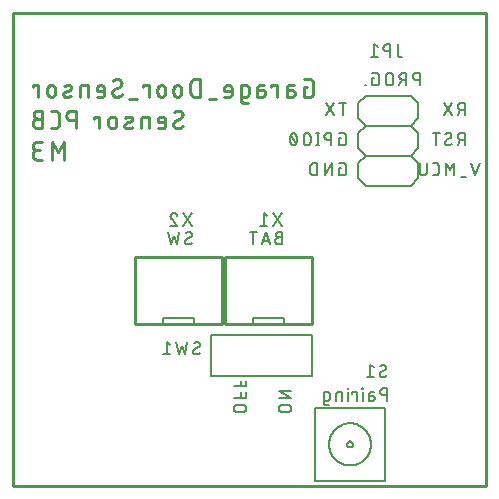
<source format=gbr>
G04 EAGLE Gerber RS-274X export*
G75*
%MOMM*%
%FSLAX34Y34*%
%LPD*%
%INSilkscreen Bottom*%
%IPPOS*%
%AMOC8*
5,1,8,0,0,1.08239X$1,22.5*%
G01*
G04 Define Apertures*
%ADD10C,0.203200*%
%ADD11C,0.279400*%
%ADD12C,0.152400*%
%ADD13C,0.254000*%
%ADD14C,0.200000*%
%ADD15C,0.127000*%
%ADD16C,0.254000*%
D10*
X227584Y210143D02*
X224621Y210143D01*
X224621Y210142D02*
X224514Y210140D01*
X224407Y210134D01*
X224301Y210125D01*
X224195Y210111D01*
X224089Y210094D01*
X223984Y210073D01*
X223880Y210048D01*
X223777Y210019D01*
X223675Y209987D01*
X223574Y209951D01*
X223475Y209911D01*
X223377Y209868D01*
X223281Y209821D01*
X223186Y209771D01*
X223093Y209718D01*
X223003Y209661D01*
X222914Y209601D01*
X222828Y209538D01*
X222744Y209472D01*
X222662Y209402D01*
X222583Y209330D01*
X222507Y209255D01*
X222433Y209177D01*
X222363Y209097D01*
X222295Y209014D01*
X222230Y208929D01*
X222169Y208842D01*
X222110Y208752D01*
X222055Y208661D01*
X222003Y208567D01*
X221955Y208471D01*
X221910Y208374D01*
X221868Y208276D01*
X221831Y208176D01*
X221796Y208074D01*
X221766Y207972D01*
X221739Y207868D01*
X221716Y207764D01*
X221697Y207658D01*
X221682Y207552D01*
X221670Y207446D01*
X221662Y207339D01*
X221658Y207232D01*
X221658Y207126D01*
X221662Y207019D01*
X221670Y206912D01*
X221682Y206806D01*
X221697Y206700D01*
X221716Y206594D01*
X221739Y206490D01*
X221766Y206386D01*
X221796Y206284D01*
X221831Y206182D01*
X221868Y206082D01*
X221910Y205984D01*
X221955Y205887D01*
X222003Y205791D01*
X222055Y205698D01*
X222110Y205606D01*
X222169Y205516D01*
X222230Y205429D01*
X222295Y205344D01*
X222363Y205261D01*
X222433Y205181D01*
X222507Y205103D01*
X222583Y205028D01*
X222662Y204956D01*
X222744Y204886D01*
X222828Y204820D01*
X222914Y204757D01*
X223003Y204697D01*
X223093Y204640D01*
X223186Y204587D01*
X223281Y204537D01*
X223377Y204490D01*
X223475Y204447D01*
X223574Y204407D01*
X223675Y204371D01*
X223777Y204339D01*
X223880Y204310D01*
X223984Y204285D01*
X224089Y204264D01*
X224195Y204247D01*
X224301Y204233D01*
X224407Y204224D01*
X224514Y204218D01*
X224621Y204216D01*
X227584Y204216D01*
X227584Y214884D01*
X224621Y214884D01*
X224524Y214882D01*
X224428Y214876D01*
X224332Y214866D01*
X224236Y214852D01*
X224141Y214835D01*
X224046Y214813D01*
X223953Y214788D01*
X223861Y214759D01*
X223770Y214726D01*
X223680Y214689D01*
X223592Y214649D01*
X223506Y214605D01*
X223422Y214558D01*
X223339Y214508D01*
X223259Y214454D01*
X223181Y214396D01*
X223105Y214336D01*
X223032Y214273D01*
X222962Y214207D01*
X222894Y214137D01*
X222829Y214066D01*
X222767Y213991D01*
X222709Y213914D01*
X222653Y213835D01*
X222601Y213754D01*
X222552Y213670D01*
X222506Y213585D01*
X222464Y213498D01*
X222426Y213409D01*
X222391Y213319D01*
X222360Y213227D01*
X222333Y213134D01*
X222309Y213041D01*
X222290Y212946D01*
X222274Y212850D01*
X222262Y212754D01*
X222254Y212658D01*
X222250Y212561D01*
X222250Y212465D01*
X222254Y212368D01*
X222262Y212272D01*
X222274Y212176D01*
X222290Y212080D01*
X222309Y211985D01*
X222333Y211892D01*
X222360Y211799D01*
X222391Y211707D01*
X222426Y211617D01*
X222464Y211528D01*
X222506Y211441D01*
X222552Y211356D01*
X222601Y211272D01*
X222653Y211191D01*
X222709Y211112D01*
X222767Y211035D01*
X222829Y210960D01*
X222894Y210889D01*
X222962Y210819D01*
X223032Y210753D01*
X223105Y210690D01*
X223181Y210630D01*
X223259Y210572D01*
X223339Y210518D01*
X223422Y210468D01*
X223506Y210421D01*
X223592Y210377D01*
X223680Y210337D01*
X223770Y210300D01*
X223861Y210267D01*
X223953Y210238D01*
X224046Y210213D01*
X224141Y210191D01*
X224236Y210174D01*
X224332Y210160D01*
X224428Y210150D01*
X224524Y210144D01*
X224621Y210142D01*
X217382Y204216D02*
X213826Y214884D01*
X210270Y204216D01*
X211159Y206883D02*
X216493Y206883D01*
X203158Y204216D02*
X203158Y214884D01*
X206121Y214884D02*
X200194Y214884D01*
X147828Y204216D02*
X147733Y204218D01*
X147637Y204224D01*
X147542Y204233D01*
X147448Y204247D01*
X147354Y204264D01*
X147261Y204285D01*
X147168Y204310D01*
X147077Y204338D01*
X146987Y204370D01*
X146899Y204406D01*
X146812Y204445D01*
X146726Y204488D01*
X146643Y204534D01*
X146561Y204583D01*
X146481Y204636D01*
X146404Y204692D01*
X146328Y204750D01*
X146256Y204812D01*
X146186Y204877D01*
X146118Y204945D01*
X146053Y205015D01*
X145991Y205087D01*
X145933Y205163D01*
X145877Y205240D01*
X145824Y205320D01*
X145775Y205402D01*
X145729Y205485D01*
X145686Y205571D01*
X145647Y205658D01*
X145611Y205746D01*
X145579Y205836D01*
X145551Y205927D01*
X145526Y206020D01*
X145505Y206113D01*
X145488Y206207D01*
X145474Y206301D01*
X145465Y206396D01*
X145459Y206492D01*
X145457Y206587D01*
X147828Y204216D02*
X147964Y204218D01*
X148101Y204223D01*
X148237Y204233D01*
X148372Y204246D01*
X148508Y204262D01*
X148642Y204283D01*
X148777Y204307D01*
X148910Y204334D01*
X149043Y204366D01*
X149175Y204400D01*
X149306Y204439D01*
X149435Y204481D01*
X149564Y204526D01*
X149691Y204575D01*
X149817Y204628D01*
X149941Y204684D01*
X150064Y204743D01*
X150185Y204805D01*
X150305Y204871D01*
X150422Y204940D01*
X150538Y205013D01*
X150652Y205088D01*
X150763Y205166D01*
X150872Y205248D01*
X150980Y205332D01*
X151084Y205419D01*
X151187Y205509D01*
X151287Y205602D01*
X151384Y205698D01*
X151088Y212513D02*
X151086Y212608D01*
X151080Y212704D01*
X151071Y212799D01*
X151057Y212893D01*
X151040Y212987D01*
X151019Y213080D01*
X150994Y213173D01*
X150966Y213264D01*
X150934Y213354D01*
X150898Y213442D01*
X150859Y213529D01*
X150816Y213615D01*
X150770Y213699D01*
X150721Y213780D01*
X150668Y213860D01*
X150612Y213937D01*
X150554Y214013D01*
X150492Y214085D01*
X150427Y214155D01*
X150359Y214223D01*
X150289Y214288D01*
X150217Y214350D01*
X150141Y214408D01*
X150064Y214464D01*
X149984Y214517D01*
X149903Y214566D01*
X149819Y214612D01*
X149733Y214655D01*
X149646Y214694D01*
X149558Y214730D01*
X149468Y214762D01*
X149377Y214790D01*
X149284Y214815D01*
X149191Y214836D01*
X149097Y214853D01*
X149003Y214867D01*
X148908Y214876D01*
X148812Y214882D01*
X148717Y214884D01*
X148587Y214882D01*
X148457Y214876D01*
X148327Y214867D01*
X148198Y214854D01*
X148069Y214837D01*
X147941Y214816D01*
X147813Y214791D01*
X147686Y214763D01*
X147560Y214731D01*
X147435Y214695D01*
X147311Y214656D01*
X147189Y214613D01*
X147067Y214567D01*
X146947Y214516D01*
X146829Y214463D01*
X146712Y214406D01*
X146597Y214346D01*
X146483Y214282D01*
X146372Y214215D01*
X146262Y214145D01*
X146155Y214071D01*
X146050Y213995D01*
X149903Y210438D02*
X149984Y210489D01*
X150064Y210543D01*
X150142Y210599D01*
X150217Y210659D01*
X150290Y210722D01*
X150360Y210788D01*
X150427Y210856D01*
X150492Y210927D01*
X150554Y211001D01*
X150613Y211077D01*
X150669Y211155D01*
X150721Y211236D01*
X150771Y211318D01*
X150817Y211403D01*
X150859Y211489D01*
X150899Y211577D01*
X150934Y211666D01*
X150966Y211757D01*
X150995Y211849D01*
X151019Y211942D01*
X151040Y212035D01*
X151057Y212130D01*
X151071Y212225D01*
X151080Y212321D01*
X151086Y212417D01*
X151088Y212513D01*
X146643Y208662D02*
X146561Y208611D01*
X146481Y208557D01*
X146403Y208501D01*
X146328Y208441D01*
X146255Y208378D01*
X146185Y208312D01*
X146118Y208244D01*
X146053Y208173D01*
X145991Y208099D01*
X145932Y208023D01*
X145876Y207945D01*
X145824Y207864D01*
X145774Y207782D01*
X145728Y207697D01*
X145686Y207611D01*
X145646Y207523D01*
X145611Y207434D01*
X145579Y207343D01*
X145550Y207251D01*
X145526Y207158D01*
X145505Y207065D01*
X145488Y206970D01*
X145474Y206875D01*
X145465Y206779D01*
X145459Y206683D01*
X145457Y206587D01*
X146643Y208661D02*
X149902Y210439D01*
X140589Y214884D02*
X138218Y204216D01*
X135848Y211328D01*
X133477Y204216D01*
X131106Y214884D01*
X382084Y313516D02*
X382084Y324184D01*
X379121Y324184D01*
X379014Y324182D01*
X378907Y324176D01*
X378801Y324167D01*
X378695Y324153D01*
X378589Y324136D01*
X378484Y324115D01*
X378380Y324090D01*
X378277Y324061D01*
X378175Y324029D01*
X378074Y323993D01*
X377975Y323953D01*
X377877Y323910D01*
X377781Y323863D01*
X377686Y323813D01*
X377593Y323760D01*
X377503Y323703D01*
X377414Y323643D01*
X377328Y323580D01*
X377244Y323514D01*
X377162Y323444D01*
X377083Y323372D01*
X377007Y323297D01*
X376933Y323219D01*
X376863Y323139D01*
X376795Y323056D01*
X376730Y322971D01*
X376669Y322884D01*
X376610Y322794D01*
X376555Y322703D01*
X376503Y322609D01*
X376455Y322513D01*
X376410Y322416D01*
X376368Y322318D01*
X376331Y322218D01*
X376296Y322116D01*
X376266Y322014D01*
X376239Y321910D01*
X376216Y321806D01*
X376197Y321700D01*
X376182Y321594D01*
X376170Y321488D01*
X376162Y321381D01*
X376158Y321274D01*
X376158Y321168D01*
X376162Y321061D01*
X376170Y320954D01*
X376182Y320848D01*
X376197Y320742D01*
X376216Y320636D01*
X376239Y320532D01*
X376266Y320428D01*
X376296Y320326D01*
X376331Y320224D01*
X376368Y320124D01*
X376410Y320026D01*
X376455Y319929D01*
X376503Y319833D01*
X376555Y319740D01*
X376610Y319648D01*
X376669Y319558D01*
X376730Y319471D01*
X376795Y319386D01*
X376863Y319303D01*
X376933Y319223D01*
X377007Y319145D01*
X377083Y319070D01*
X377162Y318998D01*
X377244Y318928D01*
X377328Y318862D01*
X377414Y318799D01*
X377503Y318739D01*
X377593Y318682D01*
X377686Y318629D01*
X377781Y318579D01*
X377877Y318532D01*
X377975Y318489D01*
X378074Y318449D01*
X378175Y318413D01*
X378277Y318381D01*
X378380Y318352D01*
X378484Y318327D01*
X378589Y318306D01*
X378695Y318289D01*
X378801Y318275D01*
X378907Y318266D01*
X379014Y318260D01*
X379121Y318258D01*
X379121Y318257D02*
X382084Y318257D01*
X378528Y318257D02*
X376157Y313516D01*
X371357Y313516D02*
X364245Y324184D01*
X371357Y324184D02*
X364245Y313516D01*
X382084Y298784D02*
X382084Y288116D01*
X382084Y298784D02*
X379121Y298784D01*
X379014Y298782D01*
X378907Y298776D01*
X378801Y298767D01*
X378695Y298753D01*
X378589Y298736D01*
X378484Y298715D01*
X378380Y298690D01*
X378277Y298661D01*
X378175Y298629D01*
X378074Y298593D01*
X377975Y298553D01*
X377877Y298510D01*
X377781Y298463D01*
X377686Y298413D01*
X377593Y298360D01*
X377503Y298303D01*
X377414Y298243D01*
X377328Y298180D01*
X377244Y298114D01*
X377162Y298044D01*
X377083Y297972D01*
X377007Y297897D01*
X376933Y297819D01*
X376863Y297739D01*
X376795Y297656D01*
X376730Y297571D01*
X376669Y297484D01*
X376610Y297394D01*
X376555Y297303D01*
X376503Y297209D01*
X376455Y297113D01*
X376410Y297016D01*
X376368Y296918D01*
X376331Y296818D01*
X376296Y296716D01*
X376266Y296614D01*
X376239Y296510D01*
X376216Y296406D01*
X376197Y296300D01*
X376182Y296194D01*
X376170Y296088D01*
X376162Y295981D01*
X376158Y295874D01*
X376158Y295768D01*
X376162Y295661D01*
X376170Y295554D01*
X376182Y295448D01*
X376197Y295342D01*
X376216Y295236D01*
X376239Y295132D01*
X376266Y295028D01*
X376296Y294926D01*
X376331Y294824D01*
X376368Y294724D01*
X376410Y294626D01*
X376455Y294529D01*
X376503Y294433D01*
X376555Y294340D01*
X376610Y294248D01*
X376669Y294158D01*
X376730Y294071D01*
X376795Y293986D01*
X376863Y293903D01*
X376933Y293823D01*
X377007Y293745D01*
X377083Y293670D01*
X377162Y293598D01*
X377244Y293528D01*
X377328Y293462D01*
X377414Y293399D01*
X377503Y293339D01*
X377593Y293282D01*
X377686Y293229D01*
X377781Y293179D01*
X377877Y293132D01*
X377975Y293089D01*
X378074Y293049D01*
X378175Y293013D01*
X378277Y292981D01*
X378380Y292952D01*
X378484Y292927D01*
X378589Y292906D01*
X378695Y292889D01*
X378801Y292875D01*
X378907Y292866D01*
X379014Y292860D01*
X379121Y292858D01*
X379121Y292857D02*
X382084Y292857D01*
X378528Y292857D02*
X376157Y288116D01*
X367589Y288116D02*
X367494Y288118D01*
X367398Y288124D01*
X367303Y288133D01*
X367209Y288147D01*
X367115Y288164D01*
X367022Y288185D01*
X366929Y288210D01*
X366838Y288238D01*
X366748Y288270D01*
X366660Y288306D01*
X366573Y288345D01*
X366487Y288388D01*
X366404Y288434D01*
X366322Y288483D01*
X366242Y288536D01*
X366165Y288592D01*
X366089Y288650D01*
X366017Y288712D01*
X365947Y288777D01*
X365879Y288845D01*
X365814Y288915D01*
X365752Y288987D01*
X365694Y289063D01*
X365638Y289140D01*
X365585Y289220D01*
X365536Y289302D01*
X365490Y289385D01*
X365447Y289471D01*
X365408Y289558D01*
X365372Y289646D01*
X365340Y289736D01*
X365312Y289827D01*
X365287Y289920D01*
X365266Y290013D01*
X365249Y290107D01*
X365235Y290201D01*
X365226Y290296D01*
X365220Y290392D01*
X365218Y290487D01*
X367589Y288116D02*
X367725Y288118D01*
X367862Y288123D01*
X367998Y288133D01*
X368133Y288146D01*
X368269Y288162D01*
X368403Y288183D01*
X368538Y288207D01*
X368671Y288234D01*
X368804Y288266D01*
X368936Y288300D01*
X369067Y288339D01*
X369196Y288381D01*
X369325Y288426D01*
X369452Y288475D01*
X369578Y288528D01*
X369702Y288584D01*
X369825Y288643D01*
X369946Y288705D01*
X370066Y288771D01*
X370183Y288840D01*
X370299Y288913D01*
X370413Y288988D01*
X370524Y289066D01*
X370633Y289148D01*
X370741Y289232D01*
X370845Y289319D01*
X370948Y289409D01*
X371048Y289502D01*
X371145Y289598D01*
X370849Y296413D02*
X370847Y296508D01*
X370841Y296604D01*
X370832Y296699D01*
X370818Y296793D01*
X370801Y296887D01*
X370780Y296980D01*
X370755Y297073D01*
X370727Y297164D01*
X370695Y297254D01*
X370659Y297342D01*
X370620Y297429D01*
X370577Y297515D01*
X370531Y297599D01*
X370482Y297680D01*
X370429Y297760D01*
X370373Y297837D01*
X370315Y297913D01*
X370253Y297985D01*
X370188Y298055D01*
X370120Y298123D01*
X370050Y298188D01*
X369978Y298250D01*
X369902Y298308D01*
X369825Y298364D01*
X369745Y298417D01*
X369664Y298466D01*
X369580Y298512D01*
X369494Y298555D01*
X369407Y298594D01*
X369319Y298630D01*
X369229Y298662D01*
X369138Y298690D01*
X369045Y298715D01*
X368952Y298736D01*
X368858Y298753D01*
X368764Y298767D01*
X368669Y298776D01*
X368573Y298782D01*
X368478Y298784D01*
X368348Y298782D01*
X368218Y298776D01*
X368088Y298767D01*
X367959Y298754D01*
X367830Y298737D01*
X367702Y298716D01*
X367574Y298691D01*
X367447Y298663D01*
X367321Y298631D01*
X367196Y298595D01*
X367072Y298556D01*
X366950Y298513D01*
X366828Y298467D01*
X366708Y298416D01*
X366590Y298363D01*
X366473Y298306D01*
X366358Y298246D01*
X366244Y298182D01*
X366133Y298115D01*
X366023Y298045D01*
X365916Y297971D01*
X365811Y297895D01*
X369664Y294338D02*
X369745Y294389D01*
X369825Y294443D01*
X369903Y294499D01*
X369978Y294559D01*
X370051Y294622D01*
X370121Y294688D01*
X370188Y294756D01*
X370253Y294827D01*
X370315Y294901D01*
X370374Y294977D01*
X370430Y295055D01*
X370482Y295136D01*
X370532Y295218D01*
X370578Y295303D01*
X370620Y295389D01*
X370660Y295477D01*
X370695Y295566D01*
X370727Y295657D01*
X370756Y295749D01*
X370780Y295842D01*
X370801Y295935D01*
X370818Y296030D01*
X370832Y296125D01*
X370841Y296221D01*
X370847Y296317D01*
X370849Y296413D01*
X366405Y292562D02*
X366323Y292511D01*
X366243Y292457D01*
X366165Y292401D01*
X366090Y292341D01*
X366017Y292278D01*
X365947Y292212D01*
X365880Y292144D01*
X365815Y292073D01*
X365753Y291999D01*
X365694Y291923D01*
X365638Y291845D01*
X365586Y291764D01*
X365536Y291682D01*
X365490Y291597D01*
X365448Y291511D01*
X365408Y291423D01*
X365373Y291334D01*
X365341Y291243D01*
X365312Y291151D01*
X365288Y291058D01*
X365267Y290965D01*
X365250Y290870D01*
X365236Y290775D01*
X365227Y290679D01*
X365221Y290583D01*
X365219Y290487D01*
X366404Y292561D02*
X369664Y294339D01*
X357895Y298784D02*
X357895Y288116D01*
X354932Y298784D02*
X360859Y298784D01*
X394784Y273384D02*
X391228Y262716D01*
X387672Y273384D01*
X383312Y261531D02*
X378570Y261531D01*
X373067Y262716D02*
X373067Y273384D01*
X369511Y267457D01*
X365955Y273384D01*
X365955Y262716D01*
X357580Y262716D02*
X355210Y262716D01*
X357580Y262716D02*
X357675Y262718D01*
X357771Y262724D01*
X357866Y262733D01*
X357960Y262747D01*
X358054Y262764D01*
X358147Y262785D01*
X358240Y262810D01*
X358331Y262838D01*
X358421Y262870D01*
X358509Y262906D01*
X358596Y262945D01*
X358682Y262988D01*
X358766Y263034D01*
X358847Y263083D01*
X358927Y263136D01*
X359004Y263192D01*
X359080Y263250D01*
X359152Y263312D01*
X359222Y263377D01*
X359290Y263445D01*
X359355Y263515D01*
X359417Y263587D01*
X359475Y263663D01*
X359531Y263740D01*
X359584Y263820D01*
X359633Y263902D01*
X359679Y263985D01*
X359722Y264071D01*
X359761Y264158D01*
X359797Y264246D01*
X359829Y264336D01*
X359857Y264427D01*
X359882Y264520D01*
X359903Y264613D01*
X359920Y264707D01*
X359934Y264801D01*
X359943Y264896D01*
X359949Y264992D01*
X359951Y265087D01*
X359951Y271013D01*
X359949Y271108D01*
X359943Y271204D01*
X359934Y271299D01*
X359920Y271393D01*
X359903Y271487D01*
X359882Y271580D01*
X359857Y271673D01*
X359829Y271764D01*
X359797Y271854D01*
X359761Y271942D01*
X359722Y272029D01*
X359679Y272115D01*
X359633Y272198D01*
X359584Y272280D01*
X359531Y272360D01*
X359475Y272437D01*
X359417Y272513D01*
X359355Y272585D01*
X359290Y272655D01*
X359222Y272723D01*
X359152Y272788D01*
X359080Y272850D01*
X359004Y272908D01*
X358927Y272964D01*
X358847Y273017D01*
X358766Y273066D01*
X358682Y273112D01*
X358596Y273155D01*
X358509Y273194D01*
X358421Y273230D01*
X358331Y273262D01*
X358240Y273290D01*
X358147Y273315D01*
X358054Y273336D01*
X357960Y273353D01*
X357866Y273367D01*
X357771Y273376D01*
X357676Y273382D01*
X357580Y273384D01*
X355210Y273384D01*
X349995Y273384D02*
X349995Y265679D01*
X349993Y265572D01*
X349987Y265465D01*
X349978Y265359D01*
X349964Y265253D01*
X349947Y265147D01*
X349926Y265042D01*
X349901Y264938D01*
X349872Y264835D01*
X349840Y264733D01*
X349804Y264632D01*
X349764Y264533D01*
X349721Y264435D01*
X349674Y264339D01*
X349624Y264244D01*
X349571Y264151D01*
X349514Y264061D01*
X349454Y263972D01*
X349391Y263886D01*
X349325Y263802D01*
X349255Y263720D01*
X349183Y263641D01*
X349108Y263565D01*
X349030Y263491D01*
X348950Y263421D01*
X348867Y263353D01*
X348782Y263288D01*
X348695Y263227D01*
X348605Y263168D01*
X348514Y263113D01*
X348420Y263061D01*
X348324Y263013D01*
X348227Y262968D01*
X348129Y262926D01*
X348029Y262889D01*
X347927Y262854D01*
X347825Y262824D01*
X347721Y262797D01*
X347617Y262774D01*
X347511Y262755D01*
X347405Y262740D01*
X347299Y262728D01*
X347192Y262720D01*
X347085Y262716D01*
X346979Y262716D01*
X346872Y262720D01*
X346765Y262728D01*
X346659Y262740D01*
X346553Y262755D01*
X346447Y262774D01*
X346343Y262797D01*
X346239Y262824D01*
X346137Y262854D01*
X346035Y262889D01*
X345935Y262926D01*
X345837Y262968D01*
X345740Y263013D01*
X345644Y263061D01*
X345551Y263113D01*
X345459Y263168D01*
X345369Y263227D01*
X345282Y263288D01*
X345197Y263353D01*
X345114Y263421D01*
X345034Y263491D01*
X344956Y263565D01*
X344881Y263641D01*
X344809Y263720D01*
X344739Y263802D01*
X344673Y263886D01*
X344610Y263972D01*
X344550Y264061D01*
X344493Y264151D01*
X344440Y264244D01*
X344390Y264339D01*
X344343Y264435D01*
X344300Y264533D01*
X344260Y264632D01*
X344224Y264733D01*
X344192Y264835D01*
X344163Y264938D01*
X344138Y265042D01*
X344117Y265147D01*
X344100Y265253D01*
X344086Y265359D01*
X344077Y265465D01*
X344071Y265572D01*
X344069Y265679D01*
X344069Y273384D01*
X278721Y313516D02*
X278721Y324184D01*
X281684Y324184D02*
X275757Y324184D01*
X264497Y324184D02*
X271609Y313516D01*
X264497Y313516D02*
X271609Y324184D01*
X275757Y294043D02*
X277535Y294043D01*
X275757Y294043D02*
X275757Y288116D01*
X279313Y288116D01*
X279408Y288118D01*
X279504Y288124D01*
X279599Y288133D01*
X279693Y288147D01*
X279787Y288164D01*
X279880Y288185D01*
X279973Y288210D01*
X280064Y288238D01*
X280154Y288270D01*
X280242Y288306D01*
X280329Y288345D01*
X280415Y288388D01*
X280499Y288434D01*
X280580Y288483D01*
X280660Y288536D01*
X280737Y288592D01*
X280813Y288650D01*
X280885Y288712D01*
X280955Y288777D01*
X281023Y288845D01*
X281088Y288915D01*
X281150Y288987D01*
X281208Y289063D01*
X281264Y289140D01*
X281317Y289220D01*
X281366Y289302D01*
X281412Y289385D01*
X281455Y289471D01*
X281494Y289558D01*
X281530Y289646D01*
X281562Y289736D01*
X281590Y289827D01*
X281615Y289920D01*
X281636Y290013D01*
X281653Y290107D01*
X281667Y290201D01*
X281676Y290296D01*
X281682Y290392D01*
X281684Y290487D01*
X281684Y296413D01*
X281682Y296508D01*
X281676Y296604D01*
X281667Y296699D01*
X281653Y296793D01*
X281636Y296887D01*
X281615Y296980D01*
X281590Y297073D01*
X281562Y297164D01*
X281530Y297254D01*
X281494Y297342D01*
X281455Y297429D01*
X281412Y297515D01*
X281366Y297598D01*
X281317Y297680D01*
X281264Y297760D01*
X281208Y297837D01*
X281150Y297913D01*
X281088Y297985D01*
X281023Y298055D01*
X280955Y298123D01*
X280885Y298188D01*
X280813Y298250D01*
X280737Y298308D01*
X280660Y298364D01*
X280580Y298417D01*
X280499Y298466D01*
X280415Y298512D01*
X280329Y298555D01*
X280242Y298594D01*
X280154Y298630D01*
X280064Y298662D01*
X279973Y298690D01*
X279880Y298715D01*
X279787Y298736D01*
X279693Y298753D01*
X279599Y298767D01*
X279504Y298776D01*
X279409Y298782D01*
X279313Y298784D01*
X275757Y298784D01*
X269238Y298784D02*
X269238Y288116D01*
X269238Y298784D02*
X266275Y298784D01*
X266168Y298782D01*
X266061Y298776D01*
X265955Y298767D01*
X265849Y298753D01*
X265743Y298736D01*
X265638Y298715D01*
X265534Y298690D01*
X265431Y298661D01*
X265329Y298629D01*
X265228Y298593D01*
X265129Y298553D01*
X265031Y298510D01*
X264935Y298463D01*
X264840Y298413D01*
X264747Y298360D01*
X264657Y298303D01*
X264568Y298243D01*
X264482Y298180D01*
X264398Y298114D01*
X264316Y298044D01*
X264237Y297972D01*
X264161Y297897D01*
X264087Y297819D01*
X264017Y297739D01*
X263949Y297656D01*
X263884Y297571D01*
X263823Y297484D01*
X263764Y297394D01*
X263709Y297303D01*
X263657Y297209D01*
X263609Y297113D01*
X263564Y297016D01*
X263522Y296918D01*
X263485Y296818D01*
X263450Y296716D01*
X263420Y296614D01*
X263393Y296510D01*
X263370Y296406D01*
X263351Y296300D01*
X263336Y296194D01*
X263324Y296088D01*
X263316Y295981D01*
X263312Y295874D01*
X263312Y295768D01*
X263316Y295661D01*
X263324Y295554D01*
X263336Y295448D01*
X263351Y295342D01*
X263370Y295236D01*
X263393Y295132D01*
X263420Y295028D01*
X263450Y294926D01*
X263485Y294824D01*
X263522Y294724D01*
X263564Y294626D01*
X263609Y294529D01*
X263657Y294433D01*
X263709Y294340D01*
X263764Y294248D01*
X263823Y294158D01*
X263884Y294071D01*
X263949Y293986D01*
X264017Y293903D01*
X264087Y293823D01*
X264161Y293745D01*
X264237Y293670D01*
X264316Y293598D01*
X264398Y293528D01*
X264482Y293462D01*
X264568Y293399D01*
X264657Y293339D01*
X264747Y293282D01*
X264840Y293229D01*
X264935Y293179D01*
X265031Y293132D01*
X265129Y293089D01*
X265228Y293049D01*
X265329Y293013D01*
X265431Y292981D01*
X265534Y292952D01*
X265638Y292927D01*
X265743Y292906D01*
X265849Y292889D01*
X265955Y292875D01*
X266061Y292866D01*
X266168Y292860D01*
X266275Y292858D01*
X266275Y292857D02*
X269238Y292857D01*
X257766Y288116D02*
X257766Y298784D01*
X258951Y288116D02*
X256580Y288116D01*
X256580Y298784D02*
X258951Y298784D01*
X251585Y295821D02*
X251585Y291079D01*
X251585Y295821D02*
X251583Y295928D01*
X251577Y296035D01*
X251568Y296141D01*
X251554Y296247D01*
X251537Y296353D01*
X251516Y296458D01*
X251491Y296562D01*
X251462Y296665D01*
X251430Y296767D01*
X251394Y296868D01*
X251354Y296967D01*
X251311Y297065D01*
X251264Y297161D01*
X251214Y297256D01*
X251161Y297349D01*
X251104Y297439D01*
X251044Y297528D01*
X250981Y297614D01*
X250915Y297698D01*
X250845Y297780D01*
X250773Y297859D01*
X250698Y297935D01*
X250620Y298009D01*
X250540Y298079D01*
X250457Y298147D01*
X250372Y298212D01*
X250285Y298273D01*
X250195Y298332D01*
X250104Y298387D01*
X250010Y298439D01*
X249914Y298487D01*
X249817Y298532D01*
X249719Y298574D01*
X249619Y298611D01*
X249517Y298646D01*
X249415Y298676D01*
X249311Y298703D01*
X249207Y298726D01*
X249101Y298745D01*
X248995Y298760D01*
X248889Y298772D01*
X248782Y298780D01*
X248675Y298784D01*
X248569Y298784D01*
X248462Y298780D01*
X248355Y298772D01*
X248249Y298760D01*
X248143Y298745D01*
X248037Y298726D01*
X247933Y298703D01*
X247829Y298676D01*
X247727Y298646D01*
X247625Y298611D01*
X247525Y298574D01*
X247427Y298532D01*
X247330Y298487D01*
X247234Y298439D01*
X247141Y298387D01*
X247049Y298332D01*
X246959Y298273D01*
X246872Y298212D01*
X246787Y298147D01*
X246704Y298079D01*
X246624Y298009D01*
X246546Y297935D01*
X246471Y297859D01*
X246399Y297780D01*
X246329Y297698D01*
X246263Y297614D01*
X246200Y297528D01*
X246140Y297439D01*
X246083Y297349D01*
X246030Y297256D01*
X245980Y297161D01*
X245933Y297065D01*
X245890Y296967D01*
X245850Y296868D01*
X245814Y296767D01*
X245782Y296665D01*
X245753Y296562D01*
X245728Y296458D01*
X245707Y296353D01*
X245690Y296247D01*
X245676Y296141D01*
X245667Y296035D01*
X245661Y295928D01*
X245659Y295821D01*
X245658Y295821D02*
X245658Y291079D01*
X245659Y291079D02*
X245661Y290972D01*
X245667Y290865D01*
X245676Y290759D01*
X245690Y290653D01*
X245707Y290547D01*
X245728Y290442D01*
X245753Y290338D01*
X245782Y290235D01*
X245814Y290133D01*
X245850Y290032D01*
X245890Y289933D01*
X245933Y289835D01*
X245980Y289739D01*
X246030Y289644D01*
X246083Y289551D01*
X246140Y289461D01*
X246200Y289372D01*
X246263Y289286D01*
X246329Y289202D01*
X246399Y289120D01*
X246471Y289041D01*
X246546Y288965D01*
X246624Y288891D01*
X246704Y288821D01*
X246787Y288753D01*
X246872Y288688D01*
X246959Y288627D01*
X247049Y288568D01*
X247141Y288513D01*
X247234Y288461D01*
X247330Y288413D01*
X247427Y288368D01*
X247525Y288326D01*
X247625Y288289D01*
X247727Y288254D01*
X247829Y288224D01*
X247933Y288197D01*
X248037Y288174D01*
X248143Y288155D01*
X248249Y288140D01*
X248355Y288128D01*
X248462Y288120D01*
X248569Y288116D01*
X248675Y288116D01*
X248782Y288120D01*
X248889Y288128D01*
X248995Y288140D01*
X249101Y288155D01*
X249207Y288174D01*
X249311Y288197D01*
X249415Y288224D01*
X249517Y288254D01*
X249619Y288289D01*
X249719Y288326D01*
X249817Y288368D01*
X249914Y288413D01*
X250010Y288461D01*
X250103Y288513D01*
X250195Y288568D01*
X250285Y288627D01*
X250372Y288688D01*
X250457Y288753D01*
X250540Y288821D01*
X250620Y288891D01*
X250698Y288965D01*
X250773Y289041D01*
X250845Y289120D01*
X250915Y289202D01*
X250981Y289286D01*
X251044Y289372D01*
X251104Y289461D01*
X251161Y289551D01*
X251214Y289644D01*
X251264Y289739D01*
X251311Y289835D01*
X251354Y289933D01*
X251394Y290032D01*
X251430Y290133D01*
X251462Y290235D01*
X251491Y290338D01*
X251516Y290442D01*
X251537Y290547D01*
X251554Y290653D01*
X251568Y290759D01*
X251577Y290865D01*
X251583Y290972D01*
X251585Y291079D01*
X240155Y293450D02*
X240152Y293660D01*
X240145Y293870D01*
X240132Y294079D01*
X240115Y294288D01*
X240092Y294497D01*
X240065Y294705D01*
X240033Y294912D01*
X239995Y295119D01*
X239953Y295324D01*
X239906Y295529D01*
X239854Y295732D01*
X239797Y295934D01*
X239735Y296135D01*
X239669Y296334D01*
X239597Y296531D01*
X239521Y296727D01*
X239441Y296921D01*
X239356Y297113D01*
X239266Y297302D01*
X239235Y297387D01*
X239201Y297471D01*
X239163Y297553D01*
X239121Y297634D01*
X239076Y297713D01*
X239028Y297790D01*
X238977Y297865D01*
X238923Y297937D01*
X238866Y298008D01*
X238806Y298076D01*
X238743Y298141D01*
X238678Y298204D01*
X238610Y298264D01*
X238539Y298321D01*
X238467Y298375D01*
X238392Y298427D01*
X238315Y298475D01*
X238236Y298520D01*
X238155Y298561D01*
X238073Y298599D01*
X237989Y298634D01*
X237904Y298665D01*
X237818Y298693D01*
X237731Y298717D01*
X237642Y298737D01*
X237553Y298754D01*
X237463Y298767D01*
X237373Y298777D01*
X237283Y298782D01*
X237192Y298784D01*
X237101Y298782D01*
X237011Y298777D01*
X236921Y298767D01*
X236831Y298754D01*
X236742Y298737D01*
X236653Y298717D01*
X236566Y298693D01*
X236480Y298665D01*
X236395Y298634D01*
X236311Y298599D01*
X236229Y298561D01*
X236148Y298520D01*
X236069Y298475D01*
X235992Y298427D01*
X235917Y298376D01*
X235845Y298321D01*
X235774Y298264D01*
X235706Y298204D01*
X235641Y298141D01*
X235578Y298076D01*
X235518Y298008D01*
X235461Y297937D01*
X235407Y297865D01*
X235356Y297790D01*
X235308Y297713D01*
X235263Y297634D01*
X235221Y297553D01*
X235183Y297471D01*
X235149Y297387D01*
X235118Y297302D01*
X235028Y297113D01*
X234943Y296921D01*
X234863Y296727D01*
X234787Y296531D01*
X234715Y296334D01*
X234649Y296135D01*
X234587Y295934D01*
X234530Y295732D01*
X234478Y295529D01*
X234431Y295324D01*
X234389Y295119D01*
X234351Y294912D01*
X234319Y294705D01*
X234292Y294497D01*
X234269Y294288D01*
X234252Y294079D01*
X234239Y293870D01*
X234232Y293660D01*
X234229Y293450D01*
X240155Y293450D02*
X240152Y293240D01*
X240145Y293030D01*
X240132Y292821D01*
X240115Y292612D01*
X240092Y292403D01*
X240065Y292195D01*
X240033Y291988D01*
X239995Y291781D01*
X239953Y291576D01*
X239906Y291371D01*
X239854Y291168D01*
X239797Y290966D01*
X239735Y290765D01*
X239669Y290566D01*
X239597Y290369D01*
X239521Y290173D01*
X239441Y289979D01*
X239356Y289788D01*
X239266Y289598D01*
X239235Y289513D01*
X239201Y289429D01*
X239163Y289347D01*
X239121Y289266D01*
X239076Y289187D01*
X239028Y289110D01*
X238977Y289035D01*
X238923Y288963D01*
X238866Y288892D01*
X238806Y288824D01*
X238743Y288759D01*
X238678Y288696D01*
X238610Y288636D01*
X238539Y288579D01*
X238467Y288524D01*
X238392Y288473D01*
X238315Y288425D01*
X238236Y288380D01*
X238155Y288339D01*
X238073Y288301D01*
X237989Y288266D01*
X237904Y288235D01*
X237818Y288207D01*
X237731Y288183D01*
X237642Y288163D01*
X237553Y288146D01*
X237463Y288133D01*
X237373Y288123D01*
X237283Y288118D01*
X237192Y288116D01*
X235118Y289598D02*
X235028Y289788D01*
X234943Y289979D01*
X234863Y290173D01*
X234787Y290369D01*
X234715Y290566D01*
X234649Y290765D01*
X234587Y290966D01*
X234530Y291168D01*
X234478Y291371D01*
X234431Y291576D01*
X234389Y291781D01*
X234351Y291988D01*
X234319Y292195D01*
X234292Y292403D01*
X234269Y292612D01*
X234252Y292821D01*
X234239Y293030D01*
X234232Y293240D01*
X234229Y293450D01*
X235118Y289598D02*
X235149Y289513D01*
X235183Y289429D01*
X235222Y289347D01*
X235263Y289266D01*
X235308Y289187D01*
X235356Y289110D01*
X235407Y289035D01*
X235461Y288963D01*
X235518Y288892D01*
X235578Y288824D01*
X235641Y288759D01*
X235706Y288696D01*
X235774Y288636D01*
X235845Y288579D01*
X235917Y288524D01*
X235992Y288473D01*
X236069Y288425D01*
X236148Y288380D01*
X236229Y288339D01*
X236311Y288301D01*
X236395Y288266D01*
X236480Y288235D01*
X236566Y288207D01*
X236653Y288183D01*
X236742Y288163D01*
X236831Y288146D01*
X236921Y288133D01*
X237011Y288123D01*
X237101Y288118D01*
X237192Y288116D01*
X239562Y290487D02*
X234821Y296413D01*
X275757Y268643D02*
X277535Y268643D01*
X275757Y268643D02*
X275757Y262716D01*
X279313Y262716D01*
X279408Y262718D01*
X279504Y262724D01*
X279599Y262733D01*
X279693Y262747D01*
X279787Y262764D01*
X279880Y262785D01*
X279973Y262810D01*
X280064Y262838D01*
X280154Y262870D01*
X280242Y262906D01*
X280329Y262945D01*
X280415Y262988D01*
X280499Y263034D01*
X280580Y263083D01*
X280660Y263136D01*
X280737Y263192D01*
X280813Y263250D01*
X280885Y263312D01*
X280955Y263377D01*
X281023Y263445D01*
X281088Y263515D01*
X281150Y263587D01*
X281208Y263663D01*
X281264Y263740D01*
X281317Y263820D01*
X281366Y263902D01*
X281412Y263985D01*
X281455Y264071D01*
X281494Y264158D01*
X281530Y264246D01*
X281562Y264336D01*
X281590Y264427D01*
X281615Y264520D01*
X281636Y264613D01*
X281653Y264707D01*
X281667Y264801D01*
X281676Y264896D01*
X281682Y264992D01*
X281684Y265087D01*
X281684Y271013D01*
X281682Y271108D01*
X281676Y271204D01*
X281667Y271299D01*
X281653Y271393D01*
X281636Y271487D01*
X281615Y271580D01*
X281590Y271673D01*
X281562Y271764D01*
X281530Y271854D01*
X281494Y271942D01*
X281455Y272029D01*
X281412Y272115D01*
X281366Y272198D01*
X281317Y272280D01*
X281264Y272360D01*
X281208Y272437D01*
X281150Y272513D01*
X281088Y272585D01*
X281023Y272655D01*
X280955Y272723D01*
X280885Y272788D01*
X280813Y272850D01*
X280737Y272908D01*
X280660Y272964D01*
X280580Y273017D01*
X280499Y273066D01*
X280415Y273112D01*
X280329Y273155D01*
X280242Y273194D01*
X280154Y273230D01*
X280064Y273262D01*
X279973Y273290D01*
X279880Y273315D01*
X279787Y273336D01*
X279693Y273353D01*
X279599Y273367D01*
X279504Y273376D01*
X279409Y273382D01*
X279313Y273384D01*
X275757Y273384D01*
X269492Y273384D02*
X269492Y262716D01*
X263565Y262716D02*
X269492Y273384D01*
X263565Y273384D02*
X263565Y262716D01*
X257300Y262716D02*
X257300Y273384D01*
X254337Y273384D01*
X254229Y273382D01*
X254121Y273376D01*
X254013Y273366D01*
X253906Y273352D01*
X253799Y273335D01*
X253693Y273313D01*
X253588Y273288D01*
X253483Y273258D01*
X253380Y273225D01*
X253279Y273188D01*
X253178Y273148D01*
X253079Y273104D01*
X252982Y273056D01*
X252887Y273005D01*
X252793Y272950D01*
X252702Y272892D01*
X252613Y272831D01*
X252526Y272766D01*
X252442Y272699D01*
X252360Y272628D01*
X252280Y272554D01*
X252204Y272478D01*
X252130Y272398D01*
X252060Y272316D01*
X251992Y272232D01*
X251927Y272145D01*
X251866Y272056D01*
X251808Y271965D01*
X251753Y271871D01*
X251702Y271776D01*
X251654Y271679D01*
X251610Y271580D01*
X251570Y271479D01*
X251533Y271378D01*
X251500Y271275D01*
X251470Y271170D01*
X251445Y271065D01*
X251423Y270959D01*
X251406Y270852D01*
X251392Y270745D01*
X251382Y270637D01*
X251376Y270529D01*
X251374Y270421D01*
X251373Y270421D02*
X251373Y265679D01*
X251374Y265679D02*
X251376Y265573D01*
X251382Y265468D01*
X251391Y265362D01*
X251404Y265257D01*
X251421Y265153D01*
X251442Y265049D01*
X251466Y264946D01*
X251494Y264844D01*
X251526Y264743D01*
X251561Y264644D01*
X251600Y264545D01*
X251642Y264448D01*
X251687Y264353D01*
X251736Y264259D01*
X251789Y264167D01*
X251844Y264077D01*
X251903Y263989D01*
X251965Y263903D01*
X252030Y263820D01*
X252098Y263739D01*
X252168Y263660D01*
X252242Y263584D01*
X252318Y263510D01*
X252397Y263440D01*
X252478Y263372D01*
X252561Y263307D01*
X252647Y263245D01*
X252735Y263186D01*
X252825Y263131D01*
X252917Y263078D01*
X253011Y263029D01*
X253106Y262984D01*
X253203Y262942D01*
X253302Y262903D01*
X253401Y262868D01*
X253502Y262836D01*
X253604Y262808D01*
X253707Y262784D01*
X253811Y262763D01*
X253915Y262746D01*
X254020Y262733D01*
X254126Y262724D01*
X254231Y262718D01*
X254337Y262716D01*
X257300Y262716D01*
X343984Y338916D02*
X343984Y349584D01*
X341021Y349584D01*
X340914Y349582D01*
X340807Y349576D01*
X340701Y349567D01*
X340595Y349553D01*
X340489Y349536D01*
X340384Y349515D01*
X340280Y349490D01*
X340177Y349461D01*
X340075Y349429D01*
X339974Y349393D01*
X339875Y349353D01*
X339777Y349310D01*
X339681Y349263D01*
X339586Y349213D01*
X339493Y349160D01*
X339403Y349103D01*
X339314Y349043D01*
X339228Y348980D01*
X339144Y348914D01*
X339062Y348844D01*
X338983Y348772D01*
X338907Y348697D01*
X338833Y348619D01*
X338763Y348539D01*
X338695Y348456D01*
X338630Y348371D01*
X338569Y348284D01*
X338510Y348194D01*
X338455Y348103D01*
X338403Y348009D01*
X338355Y347913D01*
X338310Y347816D01*
X338268Y347718D01*
X338231Y347618D01*
X338196Y347516D01*
X338166Y347414D01*
X338139Y347310D01*
X338116Y347206D01*
X338097Y347100D01*
X338082Y346994D01*
X338070Y346888D01*
X338062Y346781D01*
X338058Y346674D01*
X338058Y346568D01*
X338062Y346461D01*
X338070Y346354D01*
X338082Y346248D01*
X338097Y346142D01*
X338116Y346036D01*
X338139Y345932D01*
X338166Y345828D01*
X338196Y345726D01*
X338231Y345624D01*
X338268Y345524D01*
X338310Y345426D01*
X338355Y345329D01*
X338403Y345233D01*
X338455Y345140D01*
X338510Y345048D01*
X338569Y344958D01*
X338630Y344871D01*
X338695Y344786D01*
X338763Y344703D01*
X338833Y344623D01*
X338907Y344545D01*
X338983Y344470D01*
X339062Y344398D01*
X339144Y344328D01*
X339228Y344262D01*
X339314Y344199D01*
X339403Y344139D01*
X339493Y344082D01*
X339586Y344029D01*
X339681Y343979D01*
X339777Y343932D01*
X339875Y343889D01*
X339974Y343849D01*
X340075Y343813D01*
X340177Y343781D01*
X340280Y343752D01*
X340384Y343727D01*
X340489Y343706D01*
X340595Y343689D01*
X340701Y343675D01*
X340807Y343666D01*
X340914Y343660D01*
X341021Y343658D01*
X341021Y343657D02*
X343984Y343657D01*
X332698Y338916D02*
X332698Y349584D01*
X329734Y349584D01*
X329627Y349582D01*
X329520Y349576D01*
X329414Y349567D01*
X329308Y349553D01*
X329202Y349536D01*
X329097Y349515D01*
X328993Y349490D01*
X328890Y349461D01*
X328788Y349429D01*
X328687Y349393D01*
X328588Y349353D01*
X328490Y349310D01*
X328394Y349263D01*
X328299Y349213D01*
X328206Y349160D01*
X328116Y349103D01*
X328027Y349043D01*
X327941Y348980D01*
X327857Y348914D01*
X327775Y348844D01*
X327696Y348772D01*
X327620Y348697D01*
X327546Y348619D01*
X327476Y348539D01*
X327408Y348456D01*
X327343Y348371D01*
X327282Y348284D01*
X327223Y348194D01*
X327168Y348103D01*
X327116Y348009D01*
X327068Y347913D01*
X327023Y347816D01*
X326981Y347718D01*
X326944Y347618D01*
X326909Y347516D01*
X326879Y347414D01*
X326852Y347310D01*
X326829Y347206D01*
X326810Y347100D01*
X326795Y346994D01*
X326783Y346888D01*
X326775Y346781D01*
X326771Y346674D01*
X326771Y346568D01*
X326775Y346461D01*
X326783Y346354D01*
X326795Y346248D01*
X326810Y346142D01*
X326829Y346036D01*
X326852Y345932D01*
X326879Y345828D01*
X326909Y345726D01*
X326944Y345624D01*
X326981Y345524D01*
X327023Y345426D01*
X327068Y345329D01*
X327116Y345233D01*
X327168Y345140D01*
X327223Y345048D01*
X327282Y344958D01*
X327343Y344871D01*
X327408Y344786D01*
X327476Y344703D01*
X327546Y344623D01*
X327620Y344545D01*
X327696Y344470D01*
X327775Y344398D01*
X327857Y344328D01*
X327941Y344262D01*
X328027Y344199D01*
X328116Y344139D01*
X328206Y344082D01*
X328299Y344029D01*
X328394Y343979D01*
X328490Y343932D01*
X328588Y343889D01*
X328687Y343849D01*
X328788Y343813D01*
X328890Y343781D01*
X328993Y343752D01*
X329097Y343727D01*
X329202Y343706D01*
X329308Y343689D01*
X329414Y343675D01*
X329520Y343666D01*
X329627Y343660D01*
X329734Y343658D01*
X329734Y343657D02*
X332698Y343657D01*
X329142Y343657D02*
X326771Y338916D01*
X321378Y341879D02*
X321378Y346621D01*
X321376Y346728D01*
X321370Y346835D01*
X321361Y346941D01*
X321347Y347047D01*
X321330Y347153D01*
X321309Y347258D01*
X321284Y347362D01*
X321255Y347465D01*
X321223Y347567D01*
X321187Y347668D01*
X321147Y347767D01*
X321104Y347865D01*
X321057Y347961D01*
X321007Y348056D01*
X320954Y348149D01*
X320897Y348239D01*
X320837Y348328D01*
X320774Y348414D01*
X320708Y348498D01*
X320638Y348580D01*
X320566Y348659D01*
X320491Y348735D01*
X320413Y348809D01*
X320333Y348879D01*
X320250Y348947D01*
X320165Y349012D01*
X320078Y349073D01*
X319988Y349132D01*
X319897Y349187D01*
X319803Y349239D01*
X319707Y349287D01*
X319610Y349332D01*
X319512Y349374D01*
X319412Y349411D01*
X319310Y349446D01*
X319208Y349476D01*
X319104Y349503D01*
X319000Y349526D01*
X318894Y349545D01*
X318788Y349560D01*
X318682Y349572D01*
X318575Y349580D01*
X318468Y349584D01*
X318362Y349584D01*
X318255Y349580D01*
X318148Y349572D01*
X318042Y349560D01*
X317936Y349545D01*
X317830Y349526D01*
X317726Y349503D01*
X317622Y349476D01*
X317520Y349446D01*
X317418Y349411D01*
X317318Y349374D01*
X317220Y349332D01*
X317123Y349287D01*
X317027Y349239D01*
X316934Y349187D01*
X316842Y349132D01*
X316752Y349073D01*
X316665Y349012D01*
X316580Y348947D01*
X316497Y348879D01*
X316417Y348809D01*
X316339Y348735D01*
X316264Y348659D01*
X316192Y348580D01*
X316122Y348498D01*
X316056Y348414D01*
X315993Y348328D01*
X315933Y348239D01*
X315876Y348149D01*
X315823Y348056D01*
X315773Y347961D01*
X315726Y347865D01*
X315683Y347767D01*
X315643Y347668D01*
X315607Y347567D01*
X315575Y347465D01*
X315546Y347362D01*
X315521Y347258D01*
X315500Y347153D01*
X315483Y347047D01*
X315469Y346941D01*
X315460Y346835D01*
X315454Y346728D01*
X315452Y346621D01*
X315451Y346621D02*
X315451Y341879D01*
X315452Y341879D02*
X315454Y341772D01*
X315460Y341665D01*
X315469Y341559D01*
X315483Y341453D01*
X315500Y341347D01*
X315521Y341242D01*
X315546Y341138D01*
X315575Y341035D01*
X315607Y340933D01*
X315643Y340832D01*
X315683Y340733D01*
X315726Y340635D01*
X315773Y340539D01*
X315823Y340444D01*
X315876Y340351D01*
X315933Y340261D01*
X315993Y340172D01*
X316056Y340086D01*
X316122Y340002D01*
X316192Y339920D01*
X316264Y339841D01*
X316339Y339765D01*
X316417Y339691D01*
X316497Y339621D01*
X316580Y339553D01*
X316665Y339488D01*
X316752Y339427D01*
X316842Y339368D01*
X316934Y339313D01*
X317027Y339261D01*
X317123Y339213D01*
X317220Y339168D01*
X317318Y339126D01*
X317418Y339089D01*
X317520Y339054D01*
X317622Y339024D01*
X317726Y338997D01*
X317830Y338974D01*
X317936Y338955D01*
X318042Y338940D01*
X318148Y338928D01*
X318255Y338920D01*
X318362Y338916D01*
X318468Y338916D01*
X318575Y338920D01*
X318682Y338928D01*
X318788Y338940D01*
X318894Y338955D01*
X319000Y338974D01*
X319104Y338997D01*
X319208Y339024D01*
X319310Y339054D01*
X319412Y339089D01*
X319512Y339126D01*
X319610Y339168D01*
X319707Y339213D01*
X319803Y339261D01*
X319897Y339313D01*
X319988Y339368D01*
X320078Y339427D01*
X320165Y339488D01*
X320250Y339553D01*
X320333Y339621D01*
X320413Y339691D01*
X320491Y339765D01*
X320566Y339841D01*
X320638Y339920D01*
X320708Y340002D01*
X320774Y340086D01*
X320837Y340172D01*
X320897Y340261D01*
X320954Y340351D01*
X321007Y340444D01*
X321057Y340539D01*
X321104Y340635D01*
X321147Y340733D01*
X321187Y340832D01*
X321223Y340933D01*
X321255Y341035D01*
X321284Y341138D01*
X321309Y341242D01*
X321330Y341347D01*
X321347Y341453D01*
X321361Y341559D01*
X321370Y341665D01*
X321376Y341772D01*
X321378Y341879D01*
X305418Y344843D02*
X303640Y344843D01*
X303640Y338916D01*
X307196Y338916D01*
X307291Y338918D01*
X307387Y338924D01*
X307482Y338933D01*
X307576Y338947D01*
X307670Y338964D01*
X307763Y338985D01*
X307856Y339010D01*
X307947Y339038D01*
X308037Y339070D01*
X308125Y339106D01*
X308212Y339145D01*
X308298Y339188D01*
X308382Y339234D01*
X308463Y339283D01*
X308543Y339336D01*
X308620Y339392D01*
X308696Y339450D01*
X308768Y339512D01*
X308838Y339577D01*
X308906Y339645D01*
X308971Y339715D01*
X309033Y339787D01*
X309091Y339863D01*
X309147Y339940D01*
X309200Y340020D01*
X309249Y340102D01*
X309295Y340185D01*
X309338Y340271D01*
X309377Y340358D01*
X309413Y340446D01*
X309445Y340536D01*
X309473Y340627D01*
X309498Y340720D01*
X309519Y340813D01*
X309536Y340907D01*
X309550Y341001D01*
X309559Y341096D01*
X309565Y341192D01*
X309567Y341287D01*
X309567Y347213D01*
X309565Y347308D01*
X309559Y347404D01*
X309550Y347499D01*
X309536Y347593D01*
X309519Y347687D01*
X309498Y347780D01*
X309473Y347873D01*
X309445Y347964D01*
X309413Y348054D01*
X309377Y348142D01*
X309338Y348229D01*
X309295Y348315D01*
X309249Y348398D01*
X309200Y348480D01*
X309147Y348560D01*
X309091Y348637D01*
X309033Y348713D01*
X308971Y348785D01*
X308906Y348855D01*
X308838Y348923D01*
X308768Y348988D01*
X308696Y349050D01*
X308620Y349108D01*
X308543Y349164D01*
X308463Y349217D01*
X308382Y349266D01*
X308298Y349312D01*
X308212Y349355D01*
X308125Y349394D01*
X308037Y349430D01*
X307947Y349462D01*
X307856Y349490D01*
X307763Y349515D01*
X307670Y349536D01*
X307576Y349553D01*
X307482Y349567D01*
X307387Y349576D01*
X307292Y349582D01*
X307196Y349584D01*
X303640Y349584D01*
X298518Y339509D02*
X298518Y338916D01*
X298518Y339509D02*
X297925Y339509D01*
X297925Y338916D01*
X298518Y338916D01*
D11*
X248188Y337463D02*
X245690Y337463D01*
X245690Y329137D01*
X250686Y329137D01*
X250800Y329139D01*
X250913Y329145D01*
X251027Y329154D01*
X251139Y329168D01*
X251252Y329185D01*
X251364Y329207D01*
X251474Y329232D01*
X251584Y329260D01*
X251693Y329293D01*
X251801Y329329D01*
X251908Y329369D01*
X252013Y329413D01*
X252116Y329460D01*
X252218Y329510D01*
X252318Y329564D01*
X252416Y329622D01*
X252512Y329683D01*
X252606Y329746D01*
X252698Y329814D01*
X252788Y329884D01*
X252874Y329957D01*
X252959Y330033D01*
X253041Y330112D01*
X253120Y330194D01*
X253196Y330279D01*
X253269Y330365D01*
X253339Y330455D01*
X253407Y330547D01*
X253470Y330641D01*
X253531Y330737D01*
X253589Y330835D01*
X253643Y330935D01*
X253693Y331037D01*
X253740Y331140D01*
X253784Y331245D01*
X253824Y331352D01*
X253860Y331460D01*
X253893Y331569D01*
X253921Y331679D01*
X253946Y331790D01*
X253968Y331901D01*
X253985Y332014D01*
X253999Y332126D01*
X254008Y332240D01*
X254014Y332353D01*
X254016Y332467D01*
X254016Y340793D01*
X254014Y340907D01*
X254008Y341020D01*
X253999Y341134D01*
X253985Y341246D01*
X253968Y341359D01*
X253946Y341471D01*
X253921Y341581D01*
X253893Y341691D01*
X253860Y341800D01*
X253824Y341908D01*
X253784Y342015D01*
X253740Y342120D01*
X253693Y342223D01*
X253643Y342325D01*
X253589Y342425D01*
X253531Y342523D01*
X253470Y342619D01*
X253407Y342713D01*
X253339Y342805D01*
X253269Y342895D01*
X253196Y342981D01*
X253120Y343066D01*
X253041Y343148D01*
X252959Y343227D01*
X252875Y343303D01*
X252788Y343376D01*
X252698Y343446D01*
X252606Y343513D01*
X252512Y343577D01*
X252416Y343638D01*
X252318Y343696D01*
X252218Y343750D01*
X252116Y343800D01*
X252013Y343847D01*
X251908Y343891D01*
X251801Y343931D01*
X251693Y343967D01*
X251584Y344000D01*
X251474Y344028D01*
X251364Y344053D01*
X251252Y344075D01*
X251139Y344092D01*
X251027Y344106D01*
X250913Y344115D01*
X250800Y344121D01*
X250686Y344123D01*
X245690Y344123D01*
X235270Y334965D02*
X231523Y334965D01*
X235270Y334965D02*
X235376Y334963D01*
X235483Y334957D01*
X235589Y334948D01*
X235694Y334934D01*
X235799Y334917D01*
X235904Y334895D01*
X236007Y334870D01*
X236110Y334841D01*
X236211Y334809D01*
X236311Y334773D01*
X236410Y334733D01*
X236507Y334689D01*
X236602Y334643D01*
X236696Y334592D01*
X236788Y334538D01*
X236878Y334481D01*
X236966Y334421D01*
X237051Y334357D01*
X237134Y334291D01*
X237215Y334221D01*
X237293Y334149D01*
X237368Y334074D01*
X237440Y333996D01*
X237510Y333915D01*
X237576Y333832D01*
X237640Y333747D01*
X237700Y333659D01*
X237757Y333569D01*
X237811Y333477D01*
X237862Y333383D01*
X237908Y333288D01*
X237952Y333191D01*
X237992Y333092D01*
X238028Y332992D01*
X238060Y332891D01*
X238089Y332788D01*
X238114Y332685D01*
X238136Y332580D01*
X238153Y332475D01*
X238167Y332370D01*
X238176Y332264D01*
X238182Y332157D01*
X238184Y332051D01*
X238182Y331945D01*
X238176Y331838D01*
X238167Y331732D01*
X238153Y331627D01*
X238136Y331522D01*
X238114Y331417D01*
X238089Y331314D01*
X238060Y331211D01*
X238028Y331110D01*
X237992Y331010D01*
X237952Y330911D01*
X237908Y330814D01*
X237862Y330719D01*
X237811Y330625D01*
X237757Y330533D01*
X237700Y330443D01*
X237640Y330355D01*
X237576Y330270D01*
X237510Y330187D01*
X237440Y330106D01*
X237368Y330028D01*
X237293Y329953D01*
X237215Y329881D01*
X237134Y329811D01*
X237051Y329745D01*
X236966Y329681D01*
X236878Y329621D01*
X236788Y329564D01*
X236696Y329510D01*
X236602Y329459D01*
X236507Y329413D01*
X236410Y329369D01*
X236311Y329329D01*
X236211Y329293D01*
X236110Y329261D01*
X236007Y329232D01*
X235904Y329207D01*
X235799Y329185D01*
X235694Y329168D01*
X235589Y329154D01*
X235483Y329145D01*
X235376Y329139D01*
X235270Y329137D01*
X231523Y329137D01*
X231523Y336630D01*
X231525Y336728D01*
X231531Y336826D01*
X231540Y336924D01*
X231554Y337021D01*
X231571Y337117D01*
X231592Y337213D01*
X231617Y337308D01*
X231645Y337402D01*
X231677Y337495D01*
X231713Y337586D01*
X231752Y337676D01*
X231795Y337764D01*
X231842Y337851D01*
X231891Y337935D01*
X231944Y338018D01*
X232000Y338098D01*
X232059Y338177D01*
X232122Y338252D01*
X232187Y338326D01*
X232255Y338396D01*
X232325Y338464D01*
X232399Y338530D01*
X232475Y338592D01*
X232553Y338651D01*
X232633Y338707D01*
X232716Y338760D01*
X232800Y338810D01*
X232887Y338856D01*
X232975Y338899D01*
X233065Y338938D01*
X233156Y338974D01*
X233249Y339006D01*
X233343Y339034D01*
X233438Y339059D01*
X233534Y339080D01*
X233630Y339097D01*
X233727Y339111D01*
X233825Y339120D01*
X233923Y339126D01*
X234021Y339128D01*
X237351Y339128D01*
X223356Y339128D02*
X223356Y329137D01*
X223356Y339128D02*
X218361Y339128D01*
X218361Y337463D01*
X210260Y334965D02*
X206513Y334965D01*
X210260Y334965D02*
X210366Y334963D01*
X210473Y334957D01*
X210579Y334948D01*
X210684Y334934D01*
X210789Y334917D01*
X210894Y334895D01*
X210997Y334870D01*
X211100Y334841D01*
X211201Y334809D01*
X211301Y334773D01*
X211400Y334733D01*
X211497Y334689D01*
X211592Y334643D01*
X211686Y334592D01*
X211778Y334538D01*
X211868Y334481D01*
X211956Y334421D01*
X212041Y334357D01*
X212124Y334291D01*
X212205Y334221D01*
X212283Y334149D01*
X212358Y334074D01*
X212430Y333996D01*
X212500Y333915D01*
X212566Y333832D01*
X212630Y333747D01*
X212690Y333659D01*
X212747Y333569D01*
X212801Y333477D01*
X212852Y333383D01*
X212898Y333288D01*
X212942Y333191D01*
X212982Y333092D01*
X213018Y332992D01*
X213050Y332891D01*
X213079Y332788D01*
X213104Y332685D01*
X213126Y332580D01*
X213143Y332475D01*
X213157Y332370D01*
X213166Y332264D01*
X213172Y332157D01*
X213174Y332051D01*
X213172Y331945D01*
X213166Y331838D01*
X213157Y331732D01*
X213143Y331627D01*
X213126Y331522D01*
X213104Y331417D01*
X213079Y331314D01*
X213050Y331211D01*
X213018Y331110D01*
X212982Y331010D01*
X212942Y330911D01*
X212898Y330814D01*
X212852Y330719D01*
X212801Y330625D01*
X212747Y330533D01*
X212690Y330443D01*
X212630Y330355D01*
X212566Y330270D01*
X212500Y330187D01*
X212430Y330106D01*
X212358Y330028D01*
X212283Y329953D01*
X212205Y329881D01*
X212124Y329811D01*
X212041Y329745D01*
X211956Y329681D01*
X211868Y329621D01*
X211778Y329564D01*
X211686Y329510D01*
X211592Y329459D01*
X211497Y329413D01*
X211400Y329369D01*
X211301Y329329D01*
X211201Y329293D01*
X211100Y329261D01*
X210997Y329232D01*
X210894Y329207D01*
X210789Y329185D01*
X210684Y329168D01*
X210579Y329154D01*
X210473Y329145D01*
X210366Y329139D01*
X210260Y329137D01*
X206513Y329137D01*
X206513Y336630D01*
X206515Y336728D01*
X206521Y336826D01*
X206530Y336924D01*
X206544Y337021D01*
X206561Y337117D01*
X206582Y337213D01*
X206607Y337308D01*
X206635Y337402D01*
X206667Y337495D01*
X206703Y337586D01*
X206742Y337676D01*
X206785Y337764D01*
X206832Y337851D01*
X206881Y337935D01*
X206934Y338018D01*
X206990Y338098D01*
X207049Y338177D01*
X207112Y338252D01*
X207177Y338326D01*
X207245Y338396D01*
X207315Y338464D01*
X207389Y338530D01*
X207465Y338592D01*
X207543Y338651D01*
X207623Y338707D01*
X207706Y338760D01*
X207790Y338810D01*
X207877Y338856D01*
X207965Y338899D01*
X208055Y338938D01*
X208146Y338974D01*
X208239Y339006D01*
X208333Y339034D01*
X208428Y339059D01*
X208524Y339080D01*
X208620Y339097D01*
X208717Y339111D01*
X208815Y339120D01*
X208913Y339126D01*
X209011Y339128D01*
X212341Y339128D01*
X196608Y329137D02*
X192445Y329137D01*
X196608Y329137D02*
X196706Y329139D01*
X196804Y329145D01*
X196902Y329154D01*
X196999Y329168D01*
X197095Y329185D01*
X197191Y329206D01*
X197286Y329231D01*
X197380Y329259D01*
X197473Y329291D01*
X197564Y329327D01*
X197654Y329366D01*
X197742Y329409D01*
X197829Y329456D01*
X197913Y329505D01*
X197996Y329558D01*
X198076Y329614D01*
X198155Y329673D01*
X198230Y329736D01*
X198304Y329801D01*
X198374Y329869D01*
X198442Y329939D01*
X198508Y330013D01*
X198570Y330089D01*
X198629Y330167D01*
X198685Y330247D01*
X198738Y330330D01*
X198788Y330414D01*
X198834Y330501D01*
X198877Y330589D01*
X198916Y330679D01*
X198952Y330770D01*
X198984Y330863D01*
X199012Y330957D01*
X199037Y331052D01*
X199058Y331148D01*
X199075Y331244D01*
X199089Y331341D01*
X199098Y331439D01*
X199104Y331537D01*
X199106Y331635D01*
X199106Y336630D01*
X199104Y336728D01*
X199098Y336826D01*
X199089Y336924D01*
X199075Y337021D01*
X199058Y337117D01*
X199037Y337213D01*
X199012Y337308D01*
X198984Y337402D01*
X198952Y337495D01*
X198916Y337586D01*
X198877Y337676D01*
X198834Y337764D01*
X198787Y337851D01*
X198738Y337935D01*
X198685Y338018D01*
X198629Y338098D01*
X198570Y338176D01*
X198507Y338252D01*
X198442Y338326D01*
X198374Y338396D01*
X198304Y338464D01*
X198230Y338529D01*
X198154Y338592D01*
X198076Y338651D01*
X197996Y338707D01*
X197913Y338760D01*
X197829Y338809D01*
X197742Y338856D01*
X197654Y338899D01*
X197564Y338938D01*
X197473Y338974D01*
X197380Y339006D01*
X197286Y339034D01*
X197191Y339059D01*
X197095Y339080D01*
X196999Y339097D01*
X196902Y339111D01*
X196804Y339120D01*
X196706Y339126D01*
X196608Y339128D01*
X192445Y339128D01*
X192445Y326639D01*
X192447Y326541D01*
X192453Y326443D01*
X192462Y326345D01*
X192476Y326248D01*
X192493Y326152D01*
X192514Y326056D01*
X192539Y325961D01*
X192567Y325867D01*
X192599Y325774D01*
X192635Y325683D01*
X192674Y325593D01*
X192717Y325505D01*
X192764Y325418D01*
X192813Y325334D01*
X192866Y325251D01*
X192922Y325171D01*
X192981Y325093D01*
X193044Y325017D01*
X193109Y324943D01*
X193177Y324873D01*
X193247Y324805D01*
X193321Y324740D01*
X193397Y324677D01*
X193475Y324618D01*
X193555Y324562D01*
X193638Y324509D01*
X193722Y324460D01*
X193809Y324413D01*
X193897Y324370D01*
X193987Y324331D01*
X194078Y324295D01*
X194171Y324263D01*
X194265Y324235D01*
X194360Y324210D01*
X194456Y324189D01*
X194552Y324172D01*
X194649Y324158D01*
X194747Y324149D01*
X194845Y324143D01*
X194943Y324141D01*
X194943Y324142D02*
X198273Y324142D01*
X182429Y329137D02*
X178267Y329137D01*
X182429Y329137D02*
X182527Y329139D01*
X182625Y329145D01*
X182723Y329154D01*
X182820Y329168D01*
X182916Y329185D01*
X183012Y329206D01*
X183107Y329231D01*
X183201Y329259D01*
X183294Y329291D01*
X183385Y329327D01*
X183475Y329366D01*
X183563Y329409D01*
X183650Y329456D01*
X183734Y329505D01*
X183817Y329558D01*
X183897Y329614D01*
X183976Y329673D01*
X184051Y329736D01*
X184125Y329801D01*
X184195Y329869D01*
X184263Y329939D01*
X184329Y330013D01*
X184391Y330089D01*
X184450Y330167D01*
X184506Y330247D01*
X184559Y330330D01*
X184609Y330414D01*
X184655Y330501D01*
X184698Y330589D01*
X184737Y330679D01*
X184773Y330770D01*
X184805Y330863D01*
X184833Y330957D01*
X184858Y331052D01*
X184879Y331148D01*
X184896Y331244D01*
X184910Y331341D01*
X184919Y331439D01*
X184925Y331537D01*
X184927Y331635D01*
X184927Y335797D01*
X184925Y335911D01*
X184919Y336024D01*
X184910Y336138D01*
X184896Y336250D01*
X184879Y336363D01*
X184857Y336475D01*
X184832Y336585D01*
X184804Y336695D01*
X184771Y336804D01*
X184735Y336912D01*
X184695Y337019D01*
X184651Y337124D01*
X184604Y337227D01*
X184554Y337329D01*
X184500Y337429D01*
X184442Y337527D01*
X184381Y337623D01*
X184318Y337717D01*
X184250Y337809D01*
X184180Y337899D01*
X184107Y337985D01*
X184031Y338070D01*
X183952Y338152D01*
X183870Y338231D01*
X183785Y338307D01*
X183699Y338380D01*
X183609Y338450D01*
X183517Y338518D01*
X183423Y338581D01*
X183327Y338642D01*
X183229Y338700D01*
X183129Y338754D01*
X183027Y338804D01*
X182924Y338851D01*
X182819Y338895D01*
X182712Y338935D01*
X182604Y338971D01*
X182495Y339004D01*
X182385Y339032D01*
X182275Y339057D01*
X182163Y339079D01*
X182050Y339096D01*
X181938Y339110D01*
X181824Y339119D01*
X181711Y339125D01*
X181597Y339127D01*
X181483Y339125D01*
X181370Y339119D01*
X181256Y339110D01*
X181144Y339096D01*
X181031Y339079D01*
X180919Y339057D01*
X180809Y339032D01*
X180699Y339004D01*
X180590Y338971D01*
X180482Y338935D01*
X180375Y338895D01*
X180270Y338851D01*
X180167Y338804D01*
X180065Y338754D01*
X179965Y338700D01*
X179867Y338642D01*
X179771Y338581D01*
X179677Y338518D01*
X179585Y338450D01*
X179495Y338380D01*
X179409Y338307D01*
X179324Y338231D01*
X179242Y338152D01*
X179163Y338070D01*
X179087Y337985D01*
X179014Y337899D01*
X178944Y337809D01*
X178876Y337717D01*
X178813Y337623D01*
X178752Y337527D01*
X178694Y337429D01*
X178640Y337329D01*
X178590Y337227D01*
X178543Y337124D01*
X178499Y337019D01*
X178459Y336912D01*
X178423Y336804D01*
X178390Y336695D01*
X178362Y336585D01*
X178337Y336475D01*
X178315Y336363D01*
X178298Y336250D01*
X178284Y336138D01*
X178275Y336024D01*
X178269Y335911D01*
X178267Y335797D01*
X178267Y334132D01*
X184927Y334132D01*
X171901Y327472D02*
X165241Y327472D01*
X158145Y329137D02*
X158145Y344123D01*
X153982Y344123D01*
X153854Y344121D01*
X153726Y344115D01*
X153598Y344105D01*
X153470Y344091D01*
X153343Y344074D01*
X153217Y344052D01*
X153091Y344027D01*
X152967Y343997D01*
X152843Y343964D01*
X152720Y343927D01*
X152598Y343886D01*
X152478Y343842D01*
X152359Y343794D01*
X152242Y343742D01*
X152126Y343687D01*
X152013Y343628D01*
X151901Y343565D01*
X151790Y343499D01*
X151683Y343430D01*
X151577Y343358D01*
X151473Y343282D01*
X151372Y343203D01*
X151273Y343121D01*
X151177Y343037D01*
X151084Y342949D01*
X150993Y342858D01*
X150906Y342765D01*
X150821Y342669D01*
X150739Y342570D01*
X150660Y342469D01*
X150584Y342365D01*
X150512Y342260D01*
X150443Y342152D01*
X150377Y342042D01*
X150314Y341930D01*
X150255Y341816D01*
X150200Y341700D01*
X150148Y341583D01*
X150100Y341464D01*
X150056Y341344D01*
X150015Y341222D01*
X149978Y341099D01*
X149945Y340975D01*
X149915Y340851D01*
X149890Y340725D01*
X149868Y340599D01*
X149851Y340472D01*
X149837Y340344D01*
X149827Y340216D01*
X149821Y340088D01*
X149819Y339960D01*
X149819Y333300D01*
X149821Y333172D01*
X149827Y333044D01*
X149837Y332916D01*
X149851Y332788D01*
X149868Y332661D01*
X149890Y332535D01*
X149915Y332409D01*
X149945Y332285D01*
X149978Y332161D01*
X150015Y332038D01*
X150056Y331916D01*
X150100Y331796D01*
X150148Y331677D01*
X150200Y331560D01*
X150255Y331444D01*
X150314Y331331D01*
X150377Y331218D01*
X150443Y331108D01*
X150512Y331000D01*
X150584Y330895D01*
X150660Y330791D01*
X150739Y330690D01*
X150821Y330591D01*
X150906Y330495D01*
X150993Y330402D01*
X151084Y330311D01*
X151177Y330223D01*
X151273Y330139D01*
X151372Y330057D01*
X151473Y329978D01*
X151577Y329902D01*
X151683Y329830D01*
X151790Y329761D01*
X151901Y329695D01*
X152013Y329632D01*
X152126Y329573D01*
X152242Y329518D01*
X152359Y329466D01*
X152478Y329418D01*
X152598Y329374D01*
X152720Y329333D01*
X152843Y329296D01*
X152967Y329263D01*
X153091Y329233D01*
X153217Y329208D01*
X153343Y329186D01*
X153470Y329169D01*
X153598Y329155D01*
X153726Y329145D01*
X153854Y329139D01*
X153982Y329137D01*
X158145Y329137D01*
X142202Y332467D02*
X142202Y335797D01*
X142200Y335911D01*
X142194Y336024D01*
X142185Y336138D01*
X142171Y336250D01*
X142154Y336363D01*
X142132Y336475D01*
X142107Y336585D01*
X142079Y336695D01*
X142046Y336804D01*
X142010Y336912D01*
X141970Y337019D01*
X141926Y337124D01*
X141879Y337227D01*
X141829Y337329D01*
X141775Y337429D01*
X141717Y337527D01*
X141656Y337623D01*
X141593Y337717D01*
X141525Y337809D01*
X141455Y337899D01*
X141382Y337985D01*
X141306Y338070D01*
X141227Y338152D01*
X141145Y338231D01*
X141060Y338307D01*
X140974Y338380D01*
X140884Y338450D01*
X140792Y338518D01*
X140698Y338581D01*
X140602Y338642D01*
X140504Y338700D01*
X140404Y338754D01*
X140302Y338804D01*
X140199Y338851D01*
X140094Y338895D01*
X139987Y338935D01*
X139879Y338971D01*
X139770Y339004D01*
X139660Y339032D01*
X139550Y339057D01*
X139438Y339079D01*
X139325Y339096D01*
X139213Y339110D01*
X139099Y339119D01*
X138986Y339125D01*
X138872Y339127D01*
X138758Y339125D01*
X138645Y339119D01*
X138531Y339110D01*
X138419Y339096D01*
X138306Y339079D01*
X138194Y339057D01*
X138084Y339032D01*
X137974Y339004D01*
X137865Y338971D01*
X137757Y338935D01*
X137650Y338895D01*
X137545Y338851D01*
X137442Y338804D01*
X137340Y338754D01*
X137240Y338700D01*
X137142Y338642D01*
X137046Y338581D01*
X136952Y338518D01*
X136860Y338450D01*
X136770Y338380D01*
X136684Y338307D01*
X136599Y338231D01*
X136517Y338152D01*
X136438Y338070D01*
X136362Y337985D01*
X136289Y337899D01*
X136219Y337809D01*
X136151Y337717D01*
X136088Y337623D01*
X136027Y337527D01*
X135969Y337429D01*
X135915Y337329D01*
X135865Y337227D01*
X135818Y337124D01*
X135774Y337019D01*
X135734Y336912D01*
X135698Y336804D01*
X135665Y336695D01*
X135637Y336585D01*
X135612Y336475D01*
X135590Y336363D01*
X135573Y336250D01*
X135559Y336138D01*
X135550Y336024D01*
X135544Y335911D01*
X135542Y335797D01*
X135541Y335797D02*
X135541Y332467D01*
X135542Y332467D02*
X135544Y332353D01*
X135550Y332240D01*
X135559Y332126D01*
X135573Y332014D01*
X135590Y331901D01*
X135612Y331789D01*
X135637Y331679D01*
X135665Y331569D01*
X135698Y331460D01*
X135734Y331352D01*
X135774Y331245D01*
X135818Y331140D01*
X135865Y331037D01*
X135915Y330935D01*
X135969Y330835D01*
X136027Y330737D01*
X136088Y330641D01*
X136151Y330547D01*
X136219Y330455D01*
X136289Y330365D01*
X136362Y330279D01*
X136438Y330194D01*
X136517Y330112D01*
X136599Y330033D01*
X136684Y329957D01*
X136770Y329884D01*
X136860Y329814D01*
X136952Y329746D01*
X137046Y329683D01*
X137142Y329622D01*
X137240Y329564D01*
X137340Y329510D01*
X137442Y329460D01*
X137545Y329413D01*
X137650Y329369D01*
X137757Y329329D01*
X137865Y329293D01*
X137974Y329260D01*
X138084Y329232D01*
X138194Y329207D01*
X138306Y329185D01*
X138419Y329168D01*
X138531Y329154D01*
X138645Y329145D01*
X138758Y329139D01*
X138872Y329137D01*
X138986Y329139D01*
X139099Y329145D01*
X139213Y329154D01*
X139325Y329168D01*
X139438Y329185D01*
X139550Y329207D01*
X139660Y329232D01*
X139770Y329260D01*
X139879Y329293D01*
X139987Y329329D01*
X140094Y329369D01*
X140199Y329413D01*
X140302Y329460D01*
X140404Y329510D01*
X140504Y329564D01*
X140602Y329622D01*
X140698Y329683D01*
X140792Y329746D01*
X140884Y329814D01*
X140974Y329884D01*
X141060Y329957D01*
X141145Y330033D01*
X141227Y330112D01*
X141306Y330194D01*
X141382Y330279D01*
X141455Y330365D01*
X141525Y330455D01*
X141593Y330547D01*
X141656Y330641D01*
X141717Y330737D01*
X141775Y330835D01*
X141829Y330935D01*
X141879Y331037D01*
X141926Y331140D01*
X141970Y331245D01*
X142010Y331352D01*
X142046Y331460D01*
X142079Y331569D01*
X142107Y331679D01*
X142132Y331789D01*
X142154Y331901D01*
X142171Y332014D01*
X142185Y332126D01*
X142194Y332240D01*
X142200Y332353D01*
X142202Y332467D01*
X128655Y332467D02*
X128655Y335797D01*
X128654Y335797D02*
X128652Y335911D01*
X128646Y336024D01*
X128637Y336138D01*
X128623Y336250D01*
X128606Y336363D01*
X128584Y336475D01*
X128559Y336585D01*
X128531Y336695D01*
X128498Y336804D01*
X128462Y336912D01*
X128422Y337019D01*
X128378Y337124D01*
X128331Y337227D01*
X128281Y337329D01*
X128227Y337429D01*
X128169Y337527D01*
X128108Y337623D01*
X128045Y337717D01*
X127977Y337809D01*
X127907Y337899D01*
X127834Y337985D01*
X127758Y338070D01*
X127679Y338152D01*
X127597Y338231D01*
X127512Y338307D01*
X127426Y338380D01*
X127336Y338450D01*
X127244Y338518D01*
X127150Y338581D01*
X127054Y338642D01*
X126956Y338700D01*
X126856Y338754D01*
X126754Y338804D01*
X126651Y338851D01*
X126546Y338895D01*
X126439Y338935D01*
X126331Y338971D01*
X126222Y339004D01*
X126112Y339032D01*
X126002Y339057D01*
X125890Y339079D01*
X125777Y339096D01*
X125665Y339110D01*
X125551Y339119D01*
X125438Y339125D01*
X125324Y339127D01*
X125210Y339125D01*
X125097Y339119D01*
X124983Y339110D01*
X124871Y339096D01*
X124758Y339079D01*
X124646Y339057D01*
X124536Y339032D01*
X124426Y339004D01*
X124317Y338971D01*
X124209Y338935D01*
X124102Y338895D01*
X123997Y338851D01*
X123894Y338804D01*
X123792Y338754D01*
X123692Y338700D01*
X123594Y338642D01*
X123498Y338581D01*
X123404Y338518D01*
X123312Y338450D01*
X123222Y338380D01*
X123136Y338307D01*
X123051Y338231D01*
X122969Y338152D01*
X122890Y338070D01*
X122814Y337985D01*
X122741Y337899D01*
X122671Y337809D01*
X122603Y337717D01*
X122540Y337623D01*
X122479Y337527D01*
X122421Y337429D01*
X122367Y337329D01*
X122317Y337227D01*
X122270Y337124D01*
X122226Y337019D01*
X122186Y336912D01*
X122150Y336804D01*
X122117Y336695D01*
X122089Y336585D01*
X122064Y336475D01*
X122042Y336363D01*
X122025Y336250D01*
X122011Y336138D01*
X122002Y336024D01*
X121996Y335911D01*
X121994Y335797D01*
X121994Y332467D01*
X121996Y332353D01*
X122002Y332240D01*
X122011Y332126D01*
X122025Y332014D01*
X122042Y331901D01*
X122064Y331789D01*
X122089Y331679D01*
X122117Y331569D01*
X122150Y331460D01*
X122186Y331352D01*
X122226Y331245D01*
X122270Y331140D01*
X122317Y331037D01*
X122367Y330935D01*
X122421Y330835D01*
X122479Y330737D01*
X122540Y330641D01*
X122603Y330547D01*
X122671Y330455D01*
X122741Y330365D01*
X122814Y330279D01*
X122890Y330194D01*
X122969Y330112D01*
X123051Y330033D01*
X123136Y329957D01*
X123222Y329884D01*
X123312Y329814D01*
X123404Y329746D01*
X123498Y329683D01*
X123594Y329622D01*
X123692Y329564D01*
X123792Y329510D01*
X123894Y329460D01*
X123997Y329413D01*
X124102Y329369D01*
X124209Y329329D01*
X124317Y329293D01*
X124426Y329260D01*
X124536Y329232D01*
X124646Y329207D01*
X124758Y329185D01*
X124871Y329168D01*
X124983Y329154D01*
X125097Y329145D01*
X125210Y329139D01*
X125324Y329137D01*
X125438Y329139D01*
X125551Y329145D01*
X125665Y329154D01*
X125777Y329168D01*
X125890Y329185D01*
X126002Y329207D01*
X126112Y329232D01*
X126222Y329260D01*
X126331Y329293D01*
X126439Y329329D01*
X126546Y329369D01*
X126651Y329413D01*
X126754Y329460D01*
X126856Y329510D01*
X126956Y329564D01*
X127054Y329622D01*
X127150Y329683D01*
X127244Y329746D01*
X127336Y329814D01*
X127426Y329884D01*
X127512Y329957D01*
X127597Y330033D01*
X127679Y330112D01*
X127758Y330194D01*
X127834Y330279D01*
X127907Y330365D01*
X127977Y330455D01*
X128045Y330547D01*
X128108Y330641D01*
X128169Y330737D01*
X128227Y330835D01*
X128281Y330935D01*
X128331Y331037D01*
X128378Y331140D01*
X128422Y331245D01*
X128462Y331352D01*
X128498Y331460D01*
X128531Y331569D01*
X128559Y331679D01*
X128584Y331789D01*
X128606Y331901D01*
X128623Y332014D01*
X128637Y332126D01*
X128646Y332240D01*
X128652Y332353D01*
X128654Y332467D01*
X114459Y329137D02*
X114459Y339128D01*
X109463Y339128D01*
X109463Y337463D01*
X104687Y327472D02*
X98026Y327472D01*
X86977Y329137D02*
X86863Y329139D01*
X86750Y329145D01*
X86636Y329154D01*
X86524Y329168D01*
X86411Y329185D01*
X86299Y329207D01*
X86189Y329232D01*
X86079Y329260D01*
X85970Y329293D01*
X85862Y329329D01*
X85755Y329369D01*
X85650Y329413D01*
X85547Y329460D01*
X85445Y329510D01*
X85345Y329564D01*
X85247Y329622D01*
X85151Y329683D01*
X85057Y329746D01*
X84965Y329814D01*
X84875Y329884D01*
X84789Y329957D01*
X84704Y330033D01*
X84622Y330112D01*
X84543Y330194D01*
X84467Y330279D01*
X84394Y330365D01*
X84324Y330455D01*
X84256Y330547D01*
X84193Y330641D01*
X84132Y330737D01*
X84074Y330835D01*
X84020Y330935D01*
X83970Y331037D01*
X83923Y331140D01*
X83879Y331245D01*
X83839Y331352D01*
X83803Y331460D01*
X83770Y331569D01*
X83742Y331679D01*
X83717Y331789D01*
X83695Y331901D01*
X83678Y332014D01*
X83664Y332126D01*
X83655Y332240D01*
X83649Y332353D01*
X83647Y332467D01*
X86977Y329137D02*
X87145Y329139D01*
X87314Y329145D01*
X87482Y329155D01*
X87649Y329169D01*
X87817Y329187D01*
X87983Y329209D01*
X88150Y329235D01*
X88315Y329265D01*
X88480Y329299D01*
X88644Y329337D01*
X88807Y329379D01*
X88969Y329425D01*
X89130Y329475D01*
X89290Y329528D01*
X89448Y329585D01*
X89605Y329646D01*
X89760Y329711D01*
X89914Y329779D01*
X90066Y329852D01*
X90216Y329927D01*
X90365Y330007D01*
X90511Y330089D01*
X90656Y330176D01*
X90798Y330265D01*
X90939Y330358D01*
X91077Y330455D01*
X91212Y330555D01*
X91345Y330658D01*
X91476Y330764D01*
X91604Y330873D01*
X91730Y330985D01*
X91852Y331100D01*
X91972Y331218D01*
X91556Y340793D02*
X91554Y340907D01*
X91548Y341020D01*
X91539Y341134D01*
X91525Y341246D01*
X91508Y341359D01*
X91486Y341471D01*
X91461Y341581D01*
X91433Y341691D01*
X91400Y341800D01*
X91364Y341908D01*
X91324Y342015D01*
X91280Y342120D01*
X91233Y342223D01*
X91183Y342325D01*
X91129Y342425D01*
X91071Y342523D01*
X91010Y342619D01*
X90947Y342713D01*
X90879Y342805D01*
X90809Y342895D01*
X90736Y342981D01*
X90660Y343066D01*
X90581Y343148D01*
X90499Y343227D01*
X90414Y343303D01*
X90328Y343376D01*
X90238Y343446D01*
X90146Y343514D01*
X90052Y343577D01*
X89956Y343638D01*
X89858Y343696D01*
X89758Y343750D01*
X89656Y343800D01*
X89553Y343847D01*
X89448Y343891D01*
X89341Y343931D01*
X89233Y343967D01*
X89124Y344000D01*
X89014Y344028D01*
X88904Y344053D01*
X88792Y344075D01*
X88679Y344092D01*
X88567Y344106D01*
X88453Y344115D01*
X88340Y344121D01*
X88226Y344123D01*
X88071Y344121D01*
X87917Y344115D01*
X87763Y344106D01*
X87609Y344092D01*
X87455Y344075D01*
X87302Y344054D01*
X87150Y344030D01*
X86998Y344001D01*
X86847Y343969D01*
X86696Y343933D01*
X86547Y343893D01*
X86399Y343850D01*
X86251Y343803D01*
X86105Y343752D01*
X85961Y343698D01*
X85817Y343640D01*
X85676Y343578D01*
X85535Y343514D01*
X85397Y343445D01*
X85260Y343374D01*
X85125Y343298D01*
X84992Y343220D01*
X84860Y343138D01*
X84731Y343053D01*
X84604Y342965D01*
X84480Y342874D01*
X89891Y337879D02*
X89988Y337938D01*
X90082Y338001D01*
X90175Y338066D01*
X90265Y338135D01*
X90353Y338206D01*
X90438Y338281D01*
X90521Y338358D01*
X90601Y338438D01*
X90679Y338520D01*
X90753Y338606D01*
X90825Y338693D01*
X90894Y338783D01*
X90960Y338875D01*
X91022Y338970D01*
X91082Y339066D01*
X91138Y339164D01*
X91191Y339265D01*
X91240Y339367D01*
X91286Y339470D01*
X91329Y339575D01*
X91368Y339681D01*
X91404Y339789D01*
X91435Y339898D01*
X91463Y340007D01*
X91488Y340118D01*
X91509Y340229D01*
X91526Y340341D01*
X91539Y340454D01*
X91548Y340567D01*
X91554Y340680D01*
X91556Y340793D01*
X85312Y335381D02*
X85215Y335322D01*
X85121Y335259D01*
X85028Y335194D01*
X84938Y335125D01*
X84850Y335054D01*
X84765Y334979D01*
X84682Y334902D01*
X84602Y334822D01*
X84524Y334740D01*
X84450Y334654D01*
X84378Y334567D01*
X84309Y334477D01*
X84243Y334385D01*
X84181Y334290D01*
X84121Y334194D01*
X84065Y334096D01*
X84012Y333995D01*
X83963Y333893D01*
X83917Y333790D01*
X83874Y333685D01*
X83835Y333579D01*
X83799Y333471D01*
X83768Y333362D01*
X83740Y333253D01*
X83715Y333142D01*
X83694Y333031D01*
X83677Y332919D01*
X83664Y332806D01*
X83655Y332693D01*
X83649Y332580D01*
X83647Y332467D01*
X85312Y335381D02*
X89891Y337879D01*
X74574Y329137D02*
X70411Y329137D01*
X74574Y329137D02*
X74672Y329139D01*
X74770Y329145D01*
X74868Y329154D01*
X74965Y329168D01*
X75061Y329185D01*
X75157Y329206D01*
X75252Y329231D01*
X75346Y329259D01*
X75439Y329291D01*
X75530Y329327D01*
X75620Y329366D01*
X75708Y329409D01*
X75795Y329456D01*
X75879Y329505D01*
X75962Y329558D01*
X76042Y329614D01*
X76121Y329673D01*
X76196Y329736D01*
X76270Y329801D01*
X76340Y329869D01*
X76408Y329939D01*
X76474Y330013D01*
X76536Y330089D01*
X76595Y330167D01*
X76651Y330247D01*
X76704Y330330D01*
X76754Y330414D01*
X76800Y330501D01*
X76843Y330589D01*
X76882Y330679D01*
X76918Y330770D01*
X76950Y330863D01*
X76978Y330957D01*
X77003Y331052D01*
X77024Y331148D01*
X77041Y331244D01*
X77055Y331341D01*
X77064Y331439D01*
X77070Y331537D01*
X77072Y331635D01*
X77072Y335797D01*
X77071Y335797D02*
X77069Y335911D01*
X77063Y336024D01*
X77054Y336138D01*
X77040Y336250D01*
X77023Y336363D01*
X77001Y336475D01*
X76976Y336585D01*
X76948Y336695D01*
X76915Y336804D01*
X76879Y336912D01*
X76839Y337019D01*
X76795Y337124D01*
X76748Y337227D01*
X76698Y337329D01*
X76644Y337429D01*
X76586Y337527D01*
X76525Y337623D01*
X76462Y337717D01*
X76394Y337809D01*
X76324Y337899D01*
X76251Y337985D01*
X76175Y338070D01*
X76096Y338152D01*
X76014Y338231D01*
X75929Y338307D01*
X75843Y338380D01*
X75753Y338450D01*
X75661Y338518D01*
X75567Y338581D01*
X75471Y338642D01*
X75373Y338700D01*
X75273Y338754D01*
X75171Y338804D01*
X75068Y338851D01*
X74963Y338895D01*
X74856Y338935D01*
X74748Y338971D01*
X74639Y339004D01*
X74529Y339032D01*
X74419Y339057D01*
X74307Y339079D01*
X74194Y339096D01*
X74082Y339110D01*
X73968Y339119D01*
X73855Y339125D01*
X73741Y339127D01*
X73627Y339125D01*
X73514Y339119D01*
X73400Y339110D01*
X73288Y339096D01*
X73175Y339079D01*
X73063Y339057D01*
X72953Y339032D01*
X72843Y339004D01*
X72734Y338971D01*
X72626Y338935D01*
X72519Y338895D01*
X72414Y338851D01*
X72311Y338804D01*
X72209Y338754D01*
X72109Y338700D01*
X72011Y338642D01*
X71915Y338581D01*
X71821Y338518D01*
X71729Y338450D01*
X71639Y338380D01*
X71553Y338307D01*
X71468Y338231D01*
X71386Y338152D01*
X71307Y338070D01*
X71231Y337985D01*
X71158Y337899D01*
X71088Y337809D01*
X71020Y337717D01*
X70957Y337623D01*
X70896Y337527D01*
X70838Y337429D01*
X70784Y337329D01*
X70734Y337227D01*
X70687Y337124D01*
X70643Y337019D01*
X70603Y336912D01*
X70567Y336804D01*
X70534Y336695D01*
X70506Y336585D01*
X70481Y336475D01*
X70459Y336363D01*
X70442Y336250D01*
X70428Y336138D01*
X70419Y336024D01*
X70413Y335911D01*
X70411Y335797D01*
X70411Y334132D01*
X77072Y334132D01*
X63004Y329137D02*
X63004Y339128D01*
X58841Y339128D01*
X58743Y339126D01*
X58645Y339120D01*
X58547Y339111D01*
X58450Y339097D01*
X58354Y339080D01*
X58258Y339059D01*
X58163Y339034D01*
X58069Y339006D01*
X57976Y338974D01*
X57885Y338938D01*
X57795Y338899D01*
X57707Y338856D01*
X57620Y338810D01*
X57536Y338760D01*
X57453Y338707D01*
X57373Y338651D01*
X57295Y338592D01*
X57219Y338530D01*
X57145Y338464D01*
X57075Y338396D01*
X57007Y338326D01*
X56942Y338252D01*
X56879Y338177D01*
X56820Y338098D01*
X56764Y338018D01*
X56711Y337935D01*
X56662Y337851D01*
X56615Y337764D01*
X56572Y337676D01*
X56533Y337586D01*
X56497Y337495D01*
X56465Y337402D01*
X56437Y337308D01*
X56412Y337213D01*
X56391Y337117D01*
X56374Y337021D01*
X56360Y336924D01*
X56351Y336826D01*
X56345Y336728D01*
X56343Y336630D01*
X56343Y329137D01*
X47687Y334965D02*
X43524Y333300D01*
X47687Y334964D02*
X47772Y335000D01*
X47855Y335040D01*
X47936Y335083D01*
X48016Y335130D01*
X48093Y335180D01*
X48169Y335233D01*
X48242Y335289D01*
X48312Y335349D01*
X48380Y335411D01*
X48445Y335476D01*
X48507Y335544D01*
X48567Y335615D01*
X48623Y335688D01*
X48676Y335763D01*
X48726Y335841D01*
X48772Y335920D01*
X48815Y336002D01*
X48855Y336085D01*
X48891Y336170D01*
X48923Y336256D01*
X48952Y336344D01*
X48976Y336433D01*
X48997Y336523D01*
X49014Y336613D01*
X49028Y336704D01*
X49037Y336796D01*
X49042Y336888D01*
X49044Y336980D01*
X49042Y337072D01*
X49035Y337164D01*
X49025Y337256D01*
X49011Y337347D01*
X48993Y337438D01*
X48971Y337527D01*
X48945Y337616D01*
X48915Y337703D01*
X48882Y337789D01*
X48845Y337873D01*
X48805Y337956D01*
X48761Y338037D01*
X48714Y338116D01*
X48663Y338193D01*
X48609Y338268D01*
X48552Y338341D01*
X48492Y338411D01*
X48429Y338478D01*
X48363Y338542D01*
X48295Y338604D01*
X48224Y338663D01*
X48150Y338718D01*
X48074Y338771D01*
X47996Y338820D01*
X47916Y338866D01*
X47835Y338908D01*
X47751Y338947D01*
X47666Y338982D01*
X47579Y339013D01*
X47491Y339041D01*
X47402Y339065D01*
X47312Y339085D01*
X47222Y339102D01*
X47130Y339114D01*
X47038Y339123D01*
X46946Y339127D01*
X46854Y339128D01*
X46627Y339122D01*
X46400Y339111D01*
X46173Y339094D01*
X45947Y339071D01*
X45721Y339044D01*
X45496Y339010D01*
X45272Y338972D01*
X45049Y338928D01*
X44827Y338879D01*
X44606Y338824D01*
X44387Y338764D01*
X44169Y338699D01*
X43953Y338628D01*
X43739Y338553D01*
X43526Y338472D01*
X43316Y338386D01*
X43107Y338295D01*
X43524Y333300D02*
X43439Y333264D01*
X43356Y333224D01*
X43275Y333181D01*
X43195Y333134D01*
X43118Y333084D01*
X43042Y333031D01*
X42969Y332975D01*
X42899Y332915D01*
X42831Y332853D01*
X42766Y332788D01*
X42704Y332720D01*
X42644Y332649D01*
X42588Y332576D01*
X42535Y332501D01*
X42485Y332423D01*
X42439Y332344D01*
X42396Y332262D01*
X42356Y332179D01*
X42320Y332094D01*
X42288Y332008D01*
X42259Y331920D01*
X42235Y331831D01*
X42214Y331741D01*
X42197Y331651D01*
X42183Y331560D01*
X42174Y331468D01*
X42169Y331376D01*
X42167Y331284D01*
X42169Y331192D01*
X42176Y331100D01*
X42186Y331008D01*
X42200Y330917D01*
X42218Y330826D01*
X42240Y330737D01*
X42266Y330648D01*
X42296Y330561D01*
X42329Y330475D01*
X42366Y330391D01*
X42406Y330308D01*
X42450Y330227D01*
X42497Y330148D01*
X42548Y330071D01*
X42602Y329996D01*
X42659Y329923D01*
X42719Y329853D01*
X42782Y329786D01*
X42848Y329722D01*
X42916Y329660D01*
X42987Y329601D01*
X43061Y329546D01*
X43137Y329493D01*
X43215Y329444D01*
X43295Y329398D01*
X43376Y329356D01*
X43460Y329317D01*
X43545Y329282D01*
X43632Y329251D01*
X43720Y329223D01*
X43809Y329199D01*
X43899Y329179D01*
X43989Y329162D01*
X44081Y329150D01*
X44173Y329141D01*
X44265Y329137D01*
X44357Y329136D01*
X44357Y329137D02*
X44691Y329146D01*
X45024Y329163D01*
X45357Y329187D01*
X45690Y329220D01*
X46021Y329260D01*
X46352Y329308D01*
X46681Y329364D01*
X47009Y329427D01*
X47335Y329499D01*
X47659Y329578D01*
X47982Y329664D01*
X48302Y329759D01*
X48620Y329861D01*
X48936Y329970D01*
X35388Y332467D02*
X35388Y335797D01*
X35386Y335911D01*
X35380Y336024D01*
X35371Y336138D01*
X35357Y336250D01*
X35340Y336363D01*
X35318Y336475D01*
X35293Y336585D01*
X35265Y336695D01*
X35232Y336804D01*
X35196Y336912D01*
X35156Y337019D01*
X35112Y337124D01*
X35065Y337227D01*
X35015Y337329D01*
X34961Y337429D01*
X34903Y337527D01*
X34842Y337623D01*
X34779Y337717D01*
X34711Y337809D01*
X34641Y337899D01*
X34568Y337985D01*
X34492Y338070D01*
X34413Y338152D01*
X34331Y338231D01*
X34246Y338307D01*
X34160Y338380D01*
X34070Y338450D01*
X33978Y338518D01*
X33884Y338581D01*
X33788Y338642D01*
X33690Y338700D01*
X33590Y338754D01*
X33488Y338804D01*
X33385Y338851D01*
X33280Y338895D01*
X33173Y338935D01*
X33065Y338971D01*
X32956Y339004D01*
X32846Y339032D01*
X32736Y339057D01*
X32624Y339079D01*
X32511Y339096D01*
X32399Y339110D01*
X32285Y339119D01*
X32172Y339125D01*
X32058Y339127D01*
X31944Y339125D01*
X31831Y339119D01*
X31717Y339110D01*
X31605Y339096D01*
X31492Y339079D01*
X31380Y339057D01*
X31270Y339032D01*
X31160Y339004D01*
X31051Y338971D01*
X30943Y338935D01*
X30836Y338895D01*
X30731Y338851D01*
X30628Y338804D01*
X30526Y338754D01*
X30426Y338700D01*
X30328Y338642D01*
X30232Y338581D01*
X30138Y338518D01*
X30046Y338450D01*
X29956Y338380D01*
X29870Y338307D01*
X29785Y338231D01*
X29703Y338152D01*
X29624Y338070D01*
X29548Y337985D01*
X29475Y337899D01*
X29405Y337809D01*
X29337Y337717D01*
X29274Y337623D01*
X29213Y337527D01*
X29155Y337429D01*
X29101Y337329D01*
X29051Y337227D01*
X29004Y337124D01*
X28960Y337019D01*
X28920Y336912D01*
X28884Y336804D01*
X28851Y336695D01*
X28823Y336585D01*
X28798Y336475D01*
X28776Y336363D01*
X28759Y336250D01*
X28745Y336138D01*
X28736Y336024D01*
X28730Y335911D01*
X28728Y335797D01*
X28728Y332467D01*
X28730Y332353D01*
X28736Y332240D01*
X28745Y332126D01*
X28759Y332014D01*
X28776Y331901D01*
X28798Y331789D01*
X28823Y331679D01*
X28851Y331569D01*
X28884Y331460D01*
X28920Y331352D01*
X28960Y331245D01*
X29004Y331140D01*
X29051Y331037D01*
X29101Y330935D01*
X29155Y330835D01*
X29213Y330737D01*
X29274Y330641D01*
X29337Y330547D01*
X29405Y330455D01*
X29475Y330365D01*
X29548Y330279D01*
X29624Y330194D01*
X29703Y330112D01*
X29785Y330033D01*
X29870Y329957D01*
X29956Y329884D01*
X30046Y329814D01*
X30138Y329746D01*
X30232Y329683D01*
X30328Y329622D01*
X30426Y329564D01*
X30526Y329510D01*
X30628Y329460D01*
X30731Y329413D01*
X30836Y329369D01*
X30943Y329329D01*
X31051Y329293D01*
X31160Y329260D01*
X31270Y329232D01*
X31380Y329207D01*
X31492Y329185D01*
X31605Y329168D01*
X31717Y329154D01*
X31831Y329145D01*
X31944Y329139D01*
X32058Y329137D01*
X32172Y329139D01*
X32285Y329145D01*
X32399Y329154D01*
X32511Y329168D01*
X32624Y329185D01*
X32736Y329207D01*
X32846Y329232D01*
X32956Y329260D01*
X33065Y329293D01*
X33173Y329329D01*
X33280Y329369D01*
X33385Y329413D01*
X33488Y329460D01*
X33590Y329510D01*
X33690Y329564D01*
X33788Y329622D01*
X33884Y329683D01*
X33978Y329746D01*
X34070Y329814D01*
X34160Y329884D01*
X34246Y329957D01*
X34331Y330033D01*
X34413Y330112D01*
X34492Y330194D01*
X34568Y330279D01*
X34641Y330365D01*
X34711Y330455D01*
X34779Y330547D01*
X34842Y330641D01*
X34903Y330737D01*
X34961Y330835D01*
X35015Y330935D01*
X35065Y331037D01*
X35112Y331140D01*
X35156Y331245D01*
X35196Y331352D01*
X35232Y331460D01*
X35265Y331569D01*
X35293Y331679D01*
X35318Y331789D01*
X35340Y331901D01*
X35357Y332014D01*
X35371Y332126D01*
X35380Y332240D01*
X35386Y332353D01*
X35388Y332467D01*
X21192Y329137D02*
X21192Y339128D01*
X16197Y339128D01*
X16197Y337463D01*
X135313Y305797D02*
X135315Y305683D01*
X135321Y305570D01*
X135330Y305456D01*
X135344Y305344D01*
X135361Y305231D01*
X135383Y305119D01*
X135408Y305009D01*
X135436Y304899D01*
X135469Y304790D01*
X135505Y304682D01*
X135545Y304575D01*
X135589Y304470D01*
X135636Y304367D01*
X135686Y304265D01*
X135740Y304165D01*
X135798Y304067D01*
X135859Y303971D01*
X135922Y303877D01*
X135990Y303785D01*
X136060Y303695D01*
X136133Y303609D01*
X136209Y303524D01*
X136288Y303442D01*
X136370Y303363D01*
X136455Y303287D01*
X136541Y303214D01*
X136631Y303144D01*
X136723Y303076D01*
X136817Y303013D01*
X136913Y302952D01*
X137011Y302894D01*
X137111Y302840D01*
X137213Y302790D01*
X137316Y302743D01*
X137421Y302699D01*
X137528Y302659D01*
X137636Y302623D01*
X137745Y302590D01*
X137855Y302562D01*
X137965Y302537D01*
X138077Y302515D01*
X138190Y302498D01*
X138302Y302484D01*
X138416Y302475D01*
X138529Y302469D01*
X138643Y302467D01*
X138811Y302469D01*
X138980Y302475D01*
X139148Y302485D01*
X139315Y302499D01*
X139483Y302517D01*
X139649Y302539D01*
X139816Y302565D01*
X139981Y302595D01*
X140146Y302629D01*
X140310Y302667D01*
X140473Y302709D01*
X140635Y302755D01*
X140796Y302805D01*
X140956Y302858D01*
X141114Y302915D01*
X141271Y302976D01*
X141426Y303041D01*
X141580Y303109D01*
X141732Y303182D01*
X141882Y303257D01*
X142031Y303337D01*
X142177Y303419D01*
X142322Y303506D01*
X142464Y303595D01*
X142605Y303688D01*
X142743Y303785D01*
X142878Y303885D01*
X143011Y303988D01*
X143142Y304094D01*
X143270Y304203D01*
X143396Y304315D01*
X143518Y304430D01*
X143638Y304548D01*
X143221Y314123D02*
X143219Y314237D01*
X143213Y314350D01*
X143204Y314464D01*
X143190Y314576D01*
X143173Y314689D01*
X143151Y314801D01*
X143126Y314911D01*
X143098Y315021D01*
X143065Y315130D01*
X143029Y315238D01*
X142989Y315345D01*
X142945Y315450D01*
X142898Y315553D01*
X142848Y315655D01*
X142794Y315755D01*
X142736Y315853D01*
X142675Y315949D01*
X142612Y316043D01*
X142544Y316135D01*
X142474Y316225D01*
X142401Y316311D01*
X142325Y316396D01*
X142246Y316478D01*
X142164Y316557D01*
X142079Y316633D01*
X141993Y316706D01*
X141903Y316776D01*
X141811Y316844D01*
X141717Y316907D01*
X141621Y316968D01*
X141523Y317026D01*
X141423Y317080D01*
X141321Y317130D01*
X141218Y317177D01*
X141113Y317221D01*
X141006Y317261D01*
X140898Y317297D01*
X140789Y317330D01*
X140679Y317358D01*
X140569Y317383D01*
X140457Y317405D01*
X140344Y317422D01*
X140232Y317436D01*
X140118Y317445D01*
X140005Y317451D01*
X139891Y317453D01*
X139736Y317451D01*
X139582Y317445D01*
X139428Y317436D01*
X139274Y317422D01*
X139120Y317405D01*
X138967Y317384D01*
X138815Y317360D01*
X138663Y317331D01*
X138512Y317299D01*
X138361Y317263D01*
X138212Y317223D01*
X138064Y317180D01*
X137916Y317133D01*
X137770Y317082D01*
X137626Y317028D01*
X137482Y316970D01*
X137341Y316908D01*
X137200Y316844D01*
X137062Y316775D01*
X136925Y316704D01*
X136790Y316628D01*
X136657Y316550D01*
X136525Y316468D01*
X136396Y316383D01*
X136269Y316295D01*
X136145Y316204D01*
X141556Y311209D02*
X141653Y311268D01*
X141747Y311331D01*
X141840Y311396D01*
X141930Y311465D01*
X142018Y311536D01*
X142103Y311611D01*
X142186Y311688D01*
X142266Y311768D01*
X142344Y311850D01*
X142418Y311936D01*
X142490Y312023D01*
X142559Y312113D01*
X142625Y312205D01*
X142687Y312300D01*
X142747Y312396D01*
X142803Y312494D01*
X142856Y312595D01*
X142905Y312697D01*
X142951Y312800D01*
X142994Y312905D01*
X143033Y313011D01*
X143069Y313119D01*
X143100Y313228D01*
X143128Y313337D01*
X143153Y313448D01*
X143174Y313559D01*
X143191Y313671D01*
X143204Y313784D01*
X143213Y313897D01*
X143219Y314010D01*
X143221Y314123D01*
X136978Y308711D02*
X136881Y308652D01*
X136787Y308589D01*
X136694Y308524D01*
X136604Y308455D01*
X136516Y308384D01*
X136431Y308309D01*
X136348Y308232D01*
X136268Y308152D01*
X136190Y308070D01*
X136116Y307984D01*
X136044Y307897D01*
X135975Y307807D01*
X135909Y307715D01*
X135847Y307620D01*
X135787Y307524D01*
X135731Y307426D01*
X135678Y307325D01*
X135629Y307223D01*
X135583Y307120D01*
X135540Y307015D01*
X135501Y306909D01*
X135465Y306801D01*
X135434Y306692D01*
X135406Y306583D01*
X135381Y306472D01*
X135360Y306361D01*
X135343Y306249D01*
X135330Y306136D01*
X135321Y306023D01*
X135315Y305910D01*
X135313Y305797D01*
X136978Y308711D02*
X141557Y311209D01*
X126240Y302467D02*
X122077Y302467D01*
X126240Y302467D02*
X126338Y302469D01*
X126436Y302475D01*
X126534Y302484D01*
X126631Y302498D01*
X126727Y302515D01*
X126823Y302536D01*
X126918Y302561D01*
X127012Y302589D01*
X127105Y302621D01*
X127196Y302657D01*
X127286Y302696D01*
X127374Y302739D01*
X127461Y302786D01*
X127545Y302835D01*
X127628Y302888D01*
X127708Y302944D01*
X127787Y303003D01*
X127862Y303066D01*
X127936Y303131D01*
X128006Y303199D01*
X128074Y303269D01*
X128140Y303343D01*
X128202Y303419D01*
X128261Y303497D01*
X128317Y303577D01*
X128370Y303660D01*
X128420Y303744D01*
X128466Y303831D01*
X128509Y303919D01*
X128548Y304009D01*
X128584Y304100D01*
X128616Y304193D01*
X128644Y304287D01*
X128669Y304382D01*
X128690Y304478D01*
X128707Y304574D01*
X128721Y304671D01*
X128730Y304769D01*
X128736Y304867D01*
X128738Y304965D01*
X128737Y304965D02*
X128737Y309127D01*
X128735Y309241D01*
X128729Y309354D01*
X128720Y309468D01*
X128706Y309580D01*
X128689Y309693D01*
X128667Y309805D01*
X128642Y309915D01*
X128614Y310025D01*
X128581Y310134D01*
X128545Y310242D01*
X128505Y310349D01*
X128461Y310454D01*
X128414Y310557D01*
X128364Y310659D01*
X128310Y310759D01*
X128252Y310857D01*
X128191Y310953D01*
X128128Y311047D01*
X128060Y311139D01*
X127990Y311229D01*
X127917Y311315D01*
X127841Y311400D01*
X127762Y311482D01*
X127680Y311561D01*
X127595Y311637D01*
X127509Y311710D01*
X127419Y311780D01*
X127327Y311848D01*
X127233Y311911D01*
X127137Y311972D01*
X127039Y312030D01*
X126939Y312084D01*
X126837Y312134D01*
X126734Y312181D01*
X126629Y312225D01*
X126522Y312265D01*
X126414Y312301D01*
X126305Y312334D01*
X126195Y312362D01*
X126085Y312387D01*
X125973Y312409D01*
X125860Y312426D01*
X125748Y312440D01*
X125634Y312449D01*
X125521Y312455D01*
X125407Y312457D01*
X125293Y312455D01*
X125180Y312449D01*
X125066Y312440D01*
X124954Y312426D01*
X124841Y312409D01*
X124729Y312387D01*
X124619Y312362D01*
X124509Y312334D01*
X124400Y312301D01*
X124292Y312265D01*
X124185Y312225D01*
X124080Y312181D01*
X123977Y312134D01*
X123875Y312084D01*
X123775Y312030D01*
X123677Y311972D01*
X123581Y311911D01*
X123487Y311848D01*
X123395Y311780D01*
X123305Y311710D01*
X123219Y311637D01*
X123134Y311561D01*
X123052Y311482D01*
X122973Y311400D01*
X122897Y311315D01*
X122824Y311229D01*
X122754Y311139D01*
X122686Y311047D01*
X122623Y310953D01*
X122562Y310857D01*
X122504Y310759D01*
X122450Y310659D01*
X122400Y310557D01*
X122353Y310454D01*
X122309Y310349D01*
X122269Y310242D01*
X122233Y310134D01*
X122200Y310025D01*
X122172Y309915D01*
X122147Y309805D01*
X122125Y309693D01*
X122108Y309580D01*
X122094Y309468D01*
X122085Y309354D01*
X122079Y309241D01*
X122077Y309127D01*
X122077Y307462D01*
X128737Y307462D01*
X114669Y302467D02*
X114669Y312458D01*
X110506Y312458D01*
X110408Y312456D01*
X110310Y312450D01*
X110212Y312441D01*
X110115Y312427D01*
X110019Y312410D01*
X109923Y312389D01*
X109828Y312364D01*
X109734Y312336D01*
X109641Y312304D01*
X109550Y312268D01*
X109460Y312229D01*
X109372Y312186D01*
X109285Y312140D01*
X109201Y312090D01*
X109118Y312037D01*
X109038Y311981D01*
X108960Y311922D01*
X108884Y311860D01*
X108810Y311794D01*
X108740Y311726D01*
X108672Y311656D01*
X108607Y311582D01*
X108544Y311507D01*
X108485Y311428D01*
X108429Y311348D01*
X108376Y311265D01*
X108327Y311181D01*
X108280Y311094D01*
X108237Y311006D01*
X108198Y310916D01*
X108162Y310825D01*
X108130Y310732D01*
X108102Y310638D01*
X108077Y310543D01*
X108056Y310447D01*
X108039Y310351D01*
X108025Y310254D01*
X108016Y310156D01*
X108010Y310058D01*
X108008Y309960D01*
X108009Y309960D02*
X108009Y302467D01*
X99352Y308295D02*
X95190Y306630D01*
X99353Y308294D02*
X99438Y308330D01*
X99521Y308370D01*
X99602Y308413D01*
X99682Y308460D01*
X99759Y308510D01*
X99835Y308563D01*
X99908Y308619D01*
X99978Y308679D01*
X100046Y308741D01*
X100111Y308806D01*
X100173Y308874D01*
X100233Y308945D01*
X100289Y309018D01*
X100342Y309093D01*
X100392Y309171D01*
X100438Y309250D01*
X100481Y309332D01*
X100521Y309415D01*
X100557Y309500D01*
X100589Y309586D01*
X100618Y309674D01*
X100642Y309763D01*
X100663Y309853D01*
X100680Y309943D01*
X100694Y310034D01*
X100703Y310126D01*
X100708Y310218D01*
X100710Y310310D01*
X100708Y310402D01*
X100701Y310494D01*
X100691Y310586D01*
X100677Y310677D01*
X100659Y310768D01*
X100637Y310857D01*
X100611Y310946D01*
X100581Y311033D01*
X100548Y311119D01*
X100511Y311203D01*
X100471Y311286D01*
X100427Y311367D01*
X100380Y311446D01*
X100329Y311523D01*
X100275Y311598D01*
X100218Y311671D01*
X100158Y311741D01*
X100095Y311808D01*
X100029Y311872D01*
X99961Y311934D01*
X99890Y311993D01*
X99816Y312048D01*
X99740Y312101D01*
X99662Y312150D01*
X99582Y312196D01*
X99501Y312238D01*
X99417Y312277D01*
X99332Y312312D01*
X99245Y312343D01*
X99157Y312371D01*
X99068Y312395D01*
X98978Y312415D01*
X98888Y312432D01*
X98796Y312444D01*
X98704Y312453D01*
X98612Y312457D01*
X98520Y312458D01*
X98293Y312452D01*
X98066Y312441D01*
X97839Y312424D01*
X97613Y312401D01*
X97387Y312374D01*
X97162Y312340D01*
X96938Y312302D01*
X96715Y312258D01*
X96493Y312209D01*
X96272Y312154D01*
X96053Y312094D01*
X95835Y312029D01*
X95619Y311958D01*
X95405Y311883D01*
X95192Y311802D01*
X94982Y311716D01*
X94773Y311625D01*
X95189Y306630D02*
X95104Y306594D01*
X95021Y306554D01*
X94940Y306511D01*
X94860Y306464D01*
X94783Y306414D01*
X94707Y306361D01*
X94634Y306305D01*
X94564Y306245D01*
X94496Y306183D01*
X94431Y306118D01*
X94369Y306050D01*
X94309Y305979D01*
X94253Y305906D01*
X94200Y305831D01*
X94150Y305753D01*
X94104Y305674D01*
X94061Y305592D01*
X94021Y305509D01*
X93985Y305424D01*
X93953Y305338D01*
X93924Y305250D01*
X93900Y305161D01*
X93879Y305071D01*
X93862Y304981D01*
X93848Y304890D01*
X93839Y304798D01*
X93834Y304706D01*
X93832Y304614D01*
X93834Y304522D01*
X93841Y304430D01*
X93851Y304338D01*
X93865Y304247D01*
X93883Y304156D01*
X93905Y304067D01*
X93931Y303978D01*
X93961Y303891D01*
X93994Y303805D01*
X94031Y303721D01*
X94071Y303638D01*
X94115Y303557D01*
X94162Y303478D01*
X94213Y303401D01*
X94267Y303326D01*
X94324Y303253D01*
X94384Y303183D01*
X94447Y303116D01*
X94513Y303052D01*
X94581Y302990D01*
X94652Y302931D01*
X94726Y302876D01*
X94802Y302823D01*
X94880Y302774D01*
X94960Y302728D01*
X95041Y302686D01*
X95125Y302647D01*
X95210Y302612D01*
X95297Y302581D01*
X95385Y302553D01*
X95474Y302529D01*
X95564Y302509D01*
X95654Y302492D01*
X95746Y302480D01*
X95838Y302471D01*
X95930Y302467D01*
X96022Y302466D01*
X96022Y302467D02*
X96356Y302476D01*
X96689Y302493D01*
X97022Y302517D01*
X97355Y302550D01*
X97686Y302590D01*
X98017Y302638D01*
X98346Y302694D01*
X98674Y302757D01*
X99000Y302829D01*
X99324Y302908D01*
X99647Y302994D01*
X99967Y303089D01*
X100285Y303191D01*
X100601Y303300D01*
X87054Y305797D02*
X87054Y309127D01*
X87052Y309241D01*
X87046Y309354D01*
X87037Y309468D01*
X87023Y309580D01*
X87006Y309693D01*
X86984Y309805D01*
X86959Y309915D01*
X86931Y310025D01*
X86898Y310134D01*
X86862Y310242D01*
X86822Y310349D01*
X86778Y310454D01*
X86731Y310557D01*
X86681Y310659D01*
X86627Y310759D01*
X86569Y310857D01*
X86508Y310953D01*
X86445Y311047D01*
X86377Y311139D01*
X86307Y311229D01*
X86234Y311315D01*
X86158Y311400D01*
X86079Y311482D01*
X85997Y311561D01*
X85912Y311637D01*
X85826Y311710D01*
X85736Y311780D01*
X85644Y311848D01*
X85550Y311911D01*
X85454Y311972D01*
X85356Y312030D01*
X85256Y312084D01*
X85154Y312134D01*
X85051Y312181D01*
X84946Y312225D01*
X84839Y312265D01*
X84731Y312301D01*
X84622Y312334D01*
X84512Y312362D01*
X84402Y312387D01*
X84290Y312409D01*
X84177Y312426D01*
X84065Y312440D01*
X83951Y312449D01*
X83838Y312455D01*
X83724Y312457D01*
X83610Y312455D01*
X83497Y312449D01*
X83383Y312440D01*
X83271Y312426D01*
X83158Y312409D01*
X83046Y312387D01*
X82936Y312362D01*
X82826Y312334D01*
X82717Y312301D01*
X82609Y312265D01*
X82502Y312225D01*
X82397Y312181D01*
X82294Y312134D01*
X82192Y312084D01*
X82092Y312030D01*
X81994Y311972D01*
X81898Y311911D01*
X81804Y311848D01*
X81712Y311780D01*
X81622Y311710D01*
X81536Y311637D01*
X81451Y311561D01*
X81369Y311482D01*
X81290Y311400D01*
X81214Y311315D01*
X81141Y311229D01*
X81071Y311139D01*
X81003Y311047D01*
X80940Y310953D01*
X80879Y310857D01*
X80821Y310759D01*
X80767Y310659D01*
X80717Y310557D01*
X80670Y310454D01*
X80626Y310349D01*
X80586Y310242D01*
X80550Y310134D01*
X80517Y310025D01*
X80489Y309915D01*
X80464Y309805D01*
X80442Y309693D01*
X80425Y309580D01*
X80411Y309468D01*
X80402Y309354D01*
X80396Y309241D01*
X80394Y309127D01*
X80394Y305797D01*
X80396Y305683D01*
X80402Y305570D01*
X80411Y305456D01*
X80425Y305344D01*
X80442Y305231D01*
X80464Y305119D01*
X80489Y305009D01*
X80517Y304899D01*
X80550Y304790D01*
X80586Y304682D01*
X80626Y304575D01*
X80670Y304470D01*
X80717Y304367D01*
X80767Y304265D01*
X80821Y304165D01*
X80879Y304067D01*
X80940Y303971D01*
X81003Y303877D01*
X81071Y303785D01*
X81141Y303695D01*
X81214Y303609D01*
X81290Y303524D01*
X81369Y303442D01*
X81451Y303363D01*
X81536Y303287D01*
X81622Y303214D01*
X81712Y303144D01*
X81804Y303076D01*
X81898Y303013D01*
X81994Y302952D01*
X82092Y302894D01*
X82192Y302840D01*
X82294Y302790D01*
X82397Y302743D01*
X82502Y302699D01*
X82609Y302659D01*
X82717Y302623D01*
X82826Y302590D01*
X82936Y302562D01*
X83046Y302537D01*
X83158Y302515D01*
X83271Y302498D01*
X83383Y302484D01*
X83497Y302475D01*
X83610Y302469D01*
X83724Y302467D01*
X83838Y302469D01*
X83951Y302475D01*
X84065Y302484D01*
X84177Y302498D01*
X84290Y302515D01*
X84402Y302537D01*
X84512Y302562D01*
X84622Y302590D01*
X84731Y302623D01*
X84839Y302659D01*
X84946Y302699D01*
X85051Y302743D01*
X85154Y302790D01*
X85256Y302840D01*
X85356Y302894D01*
X85454Y302952D01*
X85550Y303013D01*
X85644Y303076D01*
X85736Y303144D01*
X85826Y303214D01*
X85912Y303287D01*
X85997Y303363D01*
X86079Y303442D01*
X86158Y303524D01*
X86234Y303609D01*
X86307Y303695D01*
X86377Y303785D01*
X86445Y303877D01*
X86508Y303971D01*
X86569Y304067D01*
X86627Y304165D01*
X86681Y304265D01*
X86731Y304367D01*
X86778Y304470D01*
X86822Y304575D01*
X86862Y304682D01*
X86898Y304790D01*
X86931Y304899D01*
X86959Y305009D01*
X86984Y305119D01*
X87006Y305231D01*
X87023Y305344D01*
X87037Y305456D01*
X87046Y305570D01*
X87052Y305683D01*
X87054Y305797D01*
X72858Y302467D02*
X72858Y312458D01*
X67863Y312458D01*
X67863Y310793D01*
X53180Y317453D02*
X53180Y302467D01*
X53180Y317453D02*
X49017Y317453D01*
X48889Y317451D01*
X48761Y317445D01*
X48633Y317435D01*
X48505Y317421D01*
X48378Y317404D01*
X48252Y317382D01*
X48126Y317357D01*
X48002Y317327D01*
X47878Y317294D01*
X47755Y317257D01*
X47633Y317216D01*
X47513Y317172D01*
X47394Y317124D01*
X47277Y317072D01*
X47161Y317017D01*
X47048Y316958D01*
X46936Y316895D01*
X46825Y316829D01*
X46718Y316760D01*
X46612Y316688D01*
X46508Y316612D01*
X46407Y316533D01*
X46308Y316451D01*
X46212Y316366D01*
X46119Y316279D01*
X46028Y316188D01*
X45941Y316095D01*
X45856Y315999D01*
X45774Y315900D01*
X45695Y315799D01*
X45619Y315695D01*
X45547Y315589D01*
X45478Y315482D01*
X45412Y315372D01*
X45349Y315259D01*
X45290Y315146D01*
X45235Y315030D01*
X45183Y314913D01*
X45135Y314794D01*
X45091Y314674D01*
X45050Y314552D01*
X45013Y314429D01*
X44980Y314305D01*
X44950Y314181D01*
X44925Y314055D01*
X44903Y313929D01*
X44886Y313802D01*
X44872Y313674D01*
X44862Y313546D01*
X44856Y313418D01*
X44854Y313290D01*
X44856Y313162D01*
X44862Y313034D01*
X44872Y312906D01*
X44886Y312778D01*
X44903Y312651D01*
X44925Y312525D01*
X44950Y312399D01*
X44980Y312275D01*
X45013Y312151D01*
X45050Y312028D01*
X45091Y311906D01*
X45135Y311786D01*
X45183Y311667D01*
X45235Y311550D01*
X45290Y311434D01*
X45349Y311321D01*
X45412Y311209D01*
X45478Y311098D01*
X45547Y310991D01*
X45619Y310885D01*
X45695Y310781D01*
X45774Y310680D01*
X45856Y310581D01*
X45941Y310485D01*
X46028Y310392D01*
X46119Y310301D01*
X46212Y310214D01*
X46308Y310129D01*
X46407Y310047D01*
X46508Y309968D01*
X46612Y309892D01*
X46718Y309820D01*
X46825Y309751D01*
X46935Y309685D01*
X47048Y309622D01*
X47161Y309563D01*
X47277Y309508D01*
X47394Y309456D01*
X47513Y309408D01*
X47633Y309364D01*
X47755Y309323D01*
X47878Y309286D01*
X48002Y309253D01*
X48126Y309223D01*
X48252Y309198D01*
X48378Y309176D01*
X48505Y309159D01*
X48633Y309145D01*
X48761Y309135D01*
X48889Y309129D01*
X49017Y309127D01*
X53180Y309127D01*
X35117Y302467D02*
X31787Y302467D01*
X35117Y302467D02*
X35231Y302469D01*
X35344Y302475D01*
X35458Y302484D01*
X35570Y302498D01*
X35683Y302515D01*
X35795Y302537D01*
X35905Y302562D01*
X36015Y302590D01*
X36124Y302623D01*
X36232Y302659D01*
X36339Y302699D01*
X36444Y302743D01*
X36547Y302790D01*
X36649Y302840D01*
X36749Y302894D01*
X36847Y302952D01*
X36943Y303013D01*
X37037Y303076D01*
X37129Y303144D01*
X37219Y303214D01*
X37305Y303287D01*
X37390Y303363D01*
X37472Y303442D01*
X37551Y303524D01*
X37627Y303609D01*
X37700Y303695D01*
X37770Y303785D01*
X37838Y303877D01*
X37901Y303971D01*
X37962Y304067D01*
X38020Y304165D01*
X38074Y304265D01*
X38124Y304367D01*
X38171Y304470D01*
X38215Y304575D01*
X38255Y304682D01*
X38291Y304790D01*
X38324Y304899D01*
X38352Y305009D01*
X38377Y305120D01*
X38399Y305231D01*
X38416Y305344D01*
X38430Y305456D01*
X38439Y305570D01*
X38445Y305683D01*
X38447Y305797D01*
X38447Y314123D01*
X38445Y314237D01*
X38439Y314350D01*
X38430Y314464D01*
X38416Y314576D01*
X38399Y314689D01*
X38377Y314801D01*
X38352Y314911D01*
X38324Y315021D01*
X38291Y315130D01*
X38255Y315238D01*
X38215Y315345D01*
X38171Y315450D01*
X38124Y315553D01*
X38074Y315655D01*
X38020Y315755D01*
X37962Y315853D01*
X37901Y315949D01*
X37838Y316043D01*
X37770Y316135D01*
X37700Y316225D01*
X37627Y316311D01*
X37551Y316396D01*
X37472Y316478D01*
X37390Y316557D01*
X37306Y316633D01*
X37219Y316706D01*
X37129Y316776D01*
X37037Y316843D01*
X36943Y316907D01*
X36847Y316968D01*
X36749Y317026D01*
X36649Y317080D01*
X36547Y317130D01*
X36444Y317177D01*
X36339Y317221D01*
X36232Y317261D01*
X36124Y317297D01*
X36015Y317330D01*
X35905Y317358D01*
X35795Y317383D01*
X35683Y317405D01*
X35570Y317422D01*
X35458Y317436D01*
X35344Y317445D01*
X35231Y317451D01*
X35117Y317453D01*
X31787Y317453D01*
X24523Y310793D02*
X20360Y310793D01*
X20232Y310791D01*
X20104Y310785D01*
X19976Y310775D01*
X19848Y310761D01*
X19721Y310744D01*
X19595Y310722D01*
X19469Y310697D01*
X19345Y310667D01*
X19221Y310634D01*
X19098Y310597D01*
X18976Y310556D01*
X18856Y310512D01*
X18737Y310464D01*
X18620Y310412D01*
X18504Y310357D01*
X18391Y310298D01*
X18279Y310235D01*
X18168Y310169D01*
X18061Y310100D01*
X17955Y310028D01*
X17851Y309952D01*
X17750Y309873D01*
X17651Y309791D01*
X17555Y309706D01*
X17462Y309619D01*
X17371Y309528D01*
X17284Y309435D01*
X17199Y309339D01*
X17117Y309240D01*
X17038Y309139D01*
X16962Y309035D01*
X16890Y308929D01*
X16821Y308822D01*
X16755Y308712D01*
X16692Y308599D01*
X16633Y308486D01*
X16578Y308370D01*
X16526Y308253D01*
X16478Y308134D01*
X16434Y308014D01*
X16393Y307892D01*
X16356Y307769D01*
X16323Y307645D01*
X16293Y307521D01*
X16268Y307395D01*
X16246Y307269D01*
X16229Y307142D01*
X16215Y307014D01*
X16205Y306886D01*
X16199Y306758D01*
X16197Y306630D01*
X16199Y306502D01*
X16205Y306374D01*
X16215Y306246D01*
X16229Y306118D01*
X16246Y305991D01*
X16268Y305865D01*
X16293Y305739D01*
X16323Y305615D01*
X16356Y305491D01*
X16393Y305368D01*
X16434Y305246D01*
X16478Y305126D01*
X16526Y305007D01*
X16578Y304890D01*
X16633Y304774D01*
X16692Y304661D01*
X16755Y304549D01*
X16821Y304438D01*
X16890Y304331D01*
X16962Y304225D01*
X17038Y304121D01*
X17117Y304020D01*
X17199Y303921D01*
X17284Y303825D01*
X17371Y303732D01*
X17462Y303641D01*
X17555Y303554D01*
X17651Y303469D01*
X17750Y303387D01*
X17851Y303308D01*
X17955Y303232D01*
X18061Y303160D01*
X18168Y303091D01*
X18278Y303025D01*
X18391Y302962D01*
X18504Y302903D01*
X18620Y302848D01*
X18737Y302796D01*
X18856Y302748D01*
X18976Y302704D01*
X19098Y302663D01*
X19221Y302626D01*
X19345Y302593D01*
X19469Y302563D01*
X19595Y302538D01*
X19721Y302516D01*
X19848Y302499D01*
X19976Y302485D01*
X20104Y302475D01*
X20232Y302469D01*
X20360Y302467D01*
X24523Y302467D01*
X24523Y317453D01*
X20360Y317453D01*
X20246Y317451D01*
X20133Y317445D01*
X20019Y317436D01*
X19907Y317422D01*
X19794Y317405D01*
X19682Y317383D01*
X19572Y317358D01*
X19462Y317330D01*
X19353Y317297D01*
X19245Y317261D01*
X19138Y317221D01*
X19033Y317177D01*
X18930Y317130D01*
X18828Y317080D01*
X18728Y317026D01*
X18630Y316968D01*
X18534Y316907D01*
X18440Y316844D01*
X18348Y316776D01*
X18258Y316706D01*
X18172Y316633D01*
X18087Y316557D01*
X18005Y316478D01*
X17926Y316396D01*
X17850Y316311D01*
X17777Y316225D01*
X17707Y316135D01*
X17639Y316043D01*
X17576Y315949D01*
X17515Y315853D01*
X17457Y315755D01*
X17403Y315655D01*
X17353Y315553D01*
X17306Y315450D01*
X17262Y315345D01*
X17222Y315238D01*
X17186Y315130D01*
X17153Y315021D01*
X17125Y314911D01*
X17100Y314801D01*
X17078Y314689D01*
X17061Y314576D01*
X17047Y314464D01*
X17038Y314350D01*
X17032Y314237D01*
X17030Y314123D01*
X17032Y314009D01*
X17038Y313896D01*
X17047Y313782D01*
X17061Y313670D01*
X17078Y313557D01*
X17100Y313445D01*
X17125Y313335D01*
X17153Y313225D01*
X17186Y313116D01*
X17222Y313008D01*
X17262Y312901D01*
X17306Y312796D01*
X17353Y312693D01*
X17403Y312591D01*
X17457Y312491D01*
X17515Y312393D01*
X17576Y312297D01*
X17639Y312203D01*
X17707Y312111D01*
X17777Y312021D01*
X17850Y311935D01*
X17926Y311850D01*
X18005Y311768D01*
X18087Y311689D01*
X18172Y311613D01*
X18258Y311540D01*
X18348Y311470D01*
X18440Y311402D01*
X18534Y311339D01*
X18630Y311278D01*
X18728Y311220D01*
X18828Y311166D01*
X18930Y311116D01*
X19033Y311069D01*
X19138Y311025D01*
X19245Y310985D01*
X19353Y310949D01*
X19462Y310916D01*
X19572Y310888D01*
X19682Y310863D01*
X19794Y310841D01*
X19907Y310824D01*
X20019Y310810D01*
X20133Y310801D01*
X20246Y310795D01*
X20360Y310793D01*
X42549Y290783D02*
X42549Y275797D01*
X37554Y282457D02*
X42549Y290783D01*
X37554Y282457D02*
X32559Y290783D01*
X32559Y275797D01*
X24523Y275797D02*
X20360Y275797D01*
X20232Y275799D01*
X20104Y275805D01*
X19976Y275815D01*
X19848Y275829D01*
X19721Y275846D01*
X19595Y275868D01*
X19469Y275893D01*
X19345Y275923D01*
X19221Y275956D01*
X19098Y275993D01*
X18976Y276034D01*
X18856Y276078D01*
X18737Y276126D01*
X18620Y276178D01*
X18504Y276233D01*
X18391Y276292D01*
X18278Y276355D01*
X18168Y276421D01*
X18061Y276490D01*
X17955Y276562D01*
X17851Y276638D01*
X17750Y276717D01*
X17651Y276799D01*
X17555Y276884D01*
X17462Y276971D01*
X17371Y277062D01*
X17284Y277155D01*
X17199Y277251D01*
X17117Y277350D01*
X17038Y277451D01*
X16962Y277555D01*
X16890Y277661D01*
X16821Y277768D01*
X16755Y277879D01*
X16692Y277991D01*
X16633Y278104D01*
X16578Y278220D01*
X16526Y278337D01*
X16478Y278456D01*
X16434Y278576D01*
X16393Y278698D01*
X16356Y278821D01*
X16323Y278945D01*
X16293Y279069D01*
X16268Y279195D01*
X16246Y279321D01*
X16229Y279448D01*
X16215Y279576D01*
X16205Y279704D01*
X16199Y279832D01*
X16197Y279960D01*
X16199Y280088D01*
X16205Y280216D01*
X16215Y280344D01*
X16229Y280472D01*
X16246Y280599D01*
X16268Y280725D01*
X16293Y280851D01*
X16323Y280975D01*
X16356Y281099D01*
X16393Y281222D01*
X16434Y281344D01*
X16478Y281464D01*
X16526Y281583D01*
X16578Y281700D01*
X16633Y281816D01*
X16692Y281929D01*
X16755Y282042D01*
X16821Y282152D01*
X16890Y282259D01*
X16962Y282365D01*
X17038Y282469D01*
X17117Y282570D01*
X17199Y282669D01*
X17284Y282765D01*
X17371Y282858D01*
X17462Y282949D01*
X17555Y283036D01*
X17651Y283121D01*
X17750Y283203D01*
X17851Y283282D01*
X17955Y283358D01*
X18061Y283430D01*
X18168Y283499D01*
X18279Y283565D01*
X18391Y283628D01*
X18504Y283687D01*
X18620Y283742D01*
X18737Y283794D01*
X18856Y283842D01*
X18976Y283886D01*
X19098Y283927D01*
X19221Y283964D01*
X19345Y283997D01*
X19469Y284027D01*
X19595Y284052D01*
X19721Y284074D01*
X19848Y284091D01*
X19976Y284105D01*
X20104Y284115D01*
X20232Y284121D01*
X20360Y284123D01*
X19527Y290783D02*
X24523Y290783D01*
X19527Y290783D02*
X19413Y290781D01*
X19300Y290775D01*
X19186Y290766D01*
X19074Y290752D01*
X18961Y290735D01*
X18849Y290713D01*
X18739Y290688D01*
X18629Y290660D01*
X18520Y290627D01*
X18412Y290591D01*
X18305Y290551D01*
X18200Y290507D01*
X18097Y290460D01*
X17995Y290410D01*
X17895Y290356D01*
X17797Y290298D01*
X17701Y290237D01*
X17607Y290174D01*
X17515Y290106D01*
X17425Y290036D01*
X17339Y289963D01*
X17254Y289887D01*
X17172Y289808D01*
X17093Y289726D01*
X17017Y289641D01*
X16944Y289555D01*
X16874Y289465D01*
X16806Y289373D01*
X16743Y289279D01*
X16682Y289183D01*
X16624Y289085D01*
X16570Y288985D01*
X16520Y288883D01*
X16473Y288780D01*
X16429Y288675D01*
X16389Y288568D01*
X16353Y288460D01*
X16320Y288351D01*
X16292Y288241D01*
X16267Y288131D01*
X16245Y288019D01*
X16228Y287906D01*
X16214Y287794D01*
X16205Y287680D01*
X16199Y287567D01*
X16197Y287453D01*
X16199Y287339D01*
X16205Y287226D01*
X16214Y287112D01*
X16228Y287000D01*
X16245Y286887D01*
X16267Y286775D01*
X16292Y286665D01*
X16320Y286555D01*
X16353Y286446D01*
X16389Y286338D01*
X16429Y286231D01*
X16473Y286126D01*
X16520Y286023D01*
X16570Y285921D01*
X16624Y285821D01*
X16682Y285723D01*
X16743Y285627D01*
X16806Y285533D01*
X16874Y285441D01*
X16944Y285351D01*
X17017Y285265D01*
X17093Y285180D01*
X17172Y285098D01*
X17254Y285019D01*
X17339Y284943D01*
X17425Y284870D01*
X17515Y284800D01*
X17607Y284732D01*
X17701Y284669D01*
X17797Y284608D01*
X17895Y284550D01*
X17995Y284496D01*
X18097Y284446D01*
X18200Y284399D01*
X18305Y284355D01*
X18412Y284315D01*
X18520Y284279D01*
X18629Y284246D01*
X18739Y284218D01*
X18849Y284193D01*
X18961Y284171D01*
X19074Y284154D01*
X19186Y284140D01*
X19300Y284131D01*
X19413Y284125D01*
X19527Y284123D01*
X22857Y284123D01*
D10*
X227579Y62416D02*
X232321Y62416D01*
X232428Y62418D01*
X232535Y62424D01*
X232641Y62433D01*
X232747Y62447D01*
X232853Y62464D01*
X232958Y62485D01*
X233062Y62510D01*
X233165Y62539D01*
X233267Y62571D01*
X233368Y62607D01*
X233467Y62647D01*
X233565Y62690D01*
X233661Y62737D01*
X233756Y62787D01*
X233849Y62840D01*
X233939Y62897D01*
X234028Y62957D01*
X234114Y63020D01*
X234198Y63086D01*
X234280Y63156D01*
X234359Y63228D01*
X234435Y63303D01*
X234509Y63381D01*
X234579Y63461D01*
X234647Y63544D01*
X234712Y63629D01*
X234773Y63716D01*
X234832Y63806D01*
X234887Y63897D01*
X234939Y63991D01*
X234987Y64087D01*
X235032Y64184D01*
X235074Y64282D01*
X235111Y64382D01*
X235146Y64484D01*
X235176Y64586D01*
X235203Y64690D01*
X235226Y64794D01*
X235245Y64900D01*
X235260Y65006D01*
X235272Y65112D01*
X235280Y65219D01*
X235284Y65326D01*
X235284Y65432D01*
X235280Y65539D01*
X235272Y65646D01*
X235260Y65752D01*
X235245Y65858D01*
X235226Y65964D01*
X235203Y66068D01*
X235176Y66172D01*
X235146Y66274D01*
X235111Y66376D01*
X235074Y66476D01*
X235032Y66574D01*
X234987Y66671D01*
X234939Y66767D01*
X234887Y66860D01*
X234832Y66952D01*
X234773Y67042D01*
X234712Y67129D01*
X234647Y67214D01*
X234579Y67297D01*
X234509Y67377D01*
X234435Y67455D01*
X234359Y67530D01*
X234280Y67602D01*
X234198Y67672D01*
X234114Y67738D01*
X234028Y67801D01*
X233939Y67861D01*
X233849Y67918D01*
X233756Y67971D01*
X233661Y68021D01*
X233565Y68068D01*
X233467Y68111D01*
X233368Y68151D01*
X233267Y68187D01*
X233165Y68219D01*
X233062Y68248D01*
X232958Y68273D01*
X232853Y68294D01*
X232747Y68311D01*
X232641Y68325D01*
X232535Y68334D01*
X232428Y68340D01*
X232321Y68342D01*
X232321Y68343D02*
X227579Y68343D01*
X227579Y68342D02*
X227472Y68340D01*
X227365Y68334D01*
X227259Y68325D01*
X227153Y68311D01*
X227047Y68294D01*
X226942Y68273D01*
X226838Y68248D01*
X226735Y68219D01*
X226633Y68187D01*
X226532Y68151D01*
X226433Y68111D01*
X226335Y68068D01*
X226239Y68021D01*
X226144Y67971D01*
X226051Y67918D01*
X225961Y67861D01*
X225872Y67801D01*
X225786Y67738D01*
X225702Y67672D01*
X225620Y67602D01*
X225541Y67530D01*
X225465Y67455D01*
X225391Y67377D01*
X225321Y67297D01*
X225253Y67214D01*
X225188Y67129D01*
X225127Y67042D01*
X225068Y66952D01*
X225013Y66861D01*
X224961Y66767D01*
X224913Y66671D01*
X224868Y66574D01*
X224826Y66476D01*
X224789Y66376D01*
X224754Y66274D01*
X224724Y66172D01*
X224697Y66068D01*
X224674Y65964D01*
X224655Y65858D01*
X224640Y65752D01*
X224628Y65646D01*
X224620Y65539D01*
X224616Y65432D01*
X224616Y65326D01*
X224620Y65219D01*
X224628Y65112D01*
X224640Y65006D01*
X224655Y64900D01*
X224674Y64794D01*
X224697Y64690D01*
X224724Y64586D01*
X224754Y64484D01*
X224789Y64382D01*
X224826Y64282D01*
X224868Y64184D01*
X224913Y64087D01*
X224961Y63991D01*
X225013Y63898D01*
X225068Y63806D01*
X225127Y63716D01*
X225188Y63629D01*
X225253Y63544D01*
X225321Y63461D01*
X225391Y63381D01*
X225465Y63303D01*
X225541Y63228D01*
X225620Y63156D01*
X225702Y63086D01*
X225786Y63020D01*
X225872Y62957D01*
X225961Y62897D01*
X226051Y62840D01*
X226144Y62787D01*
X226239Y62737D01*
X226335Y62690D01*
X226433Y62647D01*
X226532Y62607D01*
X226633Y62571D01*
X226735Y62539D01*
X226838Y62510D01*
X226942Y62485D01*
X227047Y62464D01*
X227153Y62447D01*
X227259Y62433D01*
X227365Y62424D01*
X227472Y62418D01*
X227579Y62416D01*
X224616Y74227D02*
X235284Y74227D01*
X224616Y80154D01*
X235284Y80154D01*
X194221Y62416D02*
X189479Y62416D01*
X194221Y62416D02*
X194328Y62418D01*
X194435Y62424D01*
X194541Y62433D01*
X194647Y62447D01*
X194753Y62464D01*
X194858Y62485D01*
X194962Y62510D01*
X195065Y62539D01*
X195167Y62571D01*
X195268Y62607D01*
X195367Y62647D01*
X195465Y62690D01*
X195561Y62737D01*
X195656Y62787D01*
X195749Y62840D01*
X195839Y62897D01*
X195928Y62957D01*
X196014Y63020D01*
X196098Y63086D01*
X196180Y63156D01*
X196259Y63228D01*
X196335Y63303D01*
X196409Y63381D01*
X196479Y63461D01*
X196547Y63544D01*
X196612Y63629D01*
X196673Y63716D01*
X196732Y63806D01*
X196787Y63897D01*
X196839Y63991D01*
X196887Y64087D01*
X196932Y64184D01*
X196974Y64282D01*
X197011Y64382D01*
X197046Y64484D01*
X197076Y64586D01*
X197103Y64690D01*
X197126Y64794D01*
X197145Y64900D01*
X197160Y65006D01*
X197172Y65112D01*
X197180Y65219D01*
X197184Y65326D01*
X197184Y65432D01*
X197180Y65539D01*
X197172Y65646D01*
X197160Y65752D01*
X197145Y65858D01*
X197126Y65964D01*
X197103Y66068D01*
X197076Y66172D01*
X197046Y66274D01*
X197011Y66376D01*
X196974Y66476D01*
X196932Y66574D01*
X196887Y66671D01*
X196839Y66767D01*
X196787Y66860D01*
X196732Y66952D01*
X196673Y67042D01*
X196612Y67129D01*
X196547Y67214D01*
X196479Y67297D01*
X196409Y67377D01*
X196335Y67455D01*
X196259Y67530D01*
X196180Y67602D01*
X196098Y67672D01*
X196014Y67738D01*
X195928Y67801D01*
X195839Y67861D01*
X195749Y67918D01*
X195656Y67971D01*
X195561Y68021D01*
X195465Y68068D01*
X195367Y68111D01*
X195268Y68151D01*
X195167Y68187D01*
X195065Y68219D01*
X194962Y68248D01*
X194858Y68273D01*
X194753Y68294D01*
X194647Y68311D01*
X194541Y68325D01*
X194435Y68334D01*
X194328Y68340D01*
X194221Y68342D01*
X194221Y68343D02*
X189479Y68343D01*
X189479Y68342D02*
X189372Y68340D01*
X189265Y68334D01*
X189159Y68325D01*
X189053Y68311D01*
X188947Y68294D01*
X188842Y68273D01*
X188738Y68248D01*
X188635Y68219D01*
X188533Y68187D01*
X188432Y68151D01*
X188333Y68111D01*
X188235Y68068D01*
X188139Y68021D01*
X188044Y67971D01*
X187951Y67918D01*
X187861Y67861D01*
X187772Y67801D01*
X187686Y67738D01*
X187602Y67672D01*
X187520Y67602D01*
X187441Y67530D01*
X187365Y67455D01*
X187291Y67377D01*
X187221Y67297D01*
X187153Y67214D01*
X187088Y67129D01*
X187027Y67042D01*
X186968Y66952D01*
X186913Y66861D01*
X186861Y66767D01*
X186813Y66671D01*
X186768Y66574D01*
X186726Y66476D01*
X186689Y66376D01*
X186654Y66274D01*
X186624Y66172D01*
X186597Y66068D01*
X186574Y65964D01*
X186555Y65858D01*
X186540Y65752D01*
X186528Y65646D01*
X186520Y65539D01*
X186516Y65432D01*
X186516Y65326D01*
X186520Y65219D01*
X186528Y65112D01*
X186540Y65006D01*
X186555Y64900D01*
X186574Y64794D01*
X186597Y64690D01*
X186624Y64586D01*
X186654Y64484D01*
X186689Y64382D01*
X186726Y64282D01*
X186768Y64184D01*
X186813Y64087D01*
X186861Y63991D01*
X186913Y63898D01*
X186968Y63806D01*
X187027Y63716D01*
X187088Y63629D01*
X187153Y63544D01*
X187221Y63461D01*
X187291Y63381D01*
X187365Y63303D01*
X187441Y63228D01*
X187520Y63156D01*
X187602Y63086D01*
X187686Y63020D01*
X187772Y62957D01*
X187861Y62897D01*
X187951Y62840D01*
X188044Y62787D01*
X188139Y62737D01*
X188235Y62690D01*
X188333Y62647D01*
X188432Y62607D01*
X188533Y62571D01*
X188635Y62539D01*
X188738Y62510D01*
X188842Y62485D01*
X188947Y62464D01*
X189053Y62447D01*
X189159Y62433D01*
X189265Y62424D01*
X189372Y62418D01*
X189479Y62416D01*
X186516Y74261D02*
X197184Y74261D01*
X197184Y79002D01*
X192443Y79002D02*
X192443Y74261D01*
X197184Y84167D02*
X186516Y84167D01*
X197184Y84167D02*
X197184Y88908D01*
X192443Y88908D02*
X192443Y84167D01*
X316484Y82684D02*
X316484Y72016D01*
X316484Y82684D02*
X313521Y82684D01*
X313414Y82682D01*
X313307Y82676D01*
X313201Y82667D01*
X313095Y82653D01*
X312989Y82636D01*
X312884Y82615D01*
X312780Y82590D01*
X312677Y82561D01*
X312575Y82529D01*
X312474Y82493D01*
X312375Y82453D01*
X312277Y82410D01*
X312181Y82363D01*
X312086Y82313D01*
X311993Y82260D01*
X311903Y82203D01*
X311814Y82143D01*
X311728Y82080D01*
X311644Y82014D01*
X311562Y81944D01*
X311483Y81872D01*
X311407Y81797D01*
X311333Y81719D01*
X311263Y81639D01*
X311195Y81556D01*
X311130Y81471D01*
X311069Y81384D01*
X311010Y81294D01*
X310955Y81203D01*
X310903Y81109D01*
X310855Y81013D01*
X310810Y80916D01*
X310768Y80818D01*
X310731Y80718D01*
X310696Y80616D01*
X310666Y80514D01*
X310639Y80410D01*
X310616Y80306D01*
X310597Y80200D01*
X310582Y80094D01*
X310570Y79988D01*
X310562Y79881D01*
X310558Y79774D01*
X310558Y79668D01*
X310562Y79561D01*
X310570Y79454D01*
X310582Y79348D01*
X310597Y79242D01*
X310616Y79136D01*
X310639Y79032D01*
X310666Y78928D01*
X310696Y78826D01*
X310731Y78724D01*
X310768Y78624D01*
X310810Y78526D01*
X310855Y78429D01*
X310903Y78333D01*
X310955Y78240D01*
X311010Y78148D01*
X311069Y78058D01*
X311130Y77971D01*
X311195Y77886D01*
X311263Y77803D01*
X311333Y77723D01*
X311407Y77645D01*
X311483Y77570D01*
X311562Y77498D01*
X311644Y77428D01*
X311728Y77362D01*
X311814Y77299D01*
X311903Y77239D01*
X311993Y77182D01*
X312086Y77129D01*
X312181Y77079D01*
X312277Y77032D01*
X312375Y76989D01*
X312474Y76949D01*
X312575Y76913D01*
X312677Y76881D01*
X312780Y76852D01*
X312884Y76827D01*
X312989Y76806D01*
X313095Y76789D01*
X313201Y76775D01*
X313307Y76766D01*
X313414Y76760D01*
X313521Y76758D01*
X313521Y76757D02*
X316484Y76757D01*
X303872Y76165D02*
X301205Y76165D01*
X303872Y76164D02*
X303961Y76162D01*
X304050Y76156D01*
X304139Y76147D01*
X304227Y76133D01*
X304315Y76116D01*
X304402Y76095D01*
X304487Y76071D01*
X304572Y76042D01*
X304655Y76010D01*
X304737Y75975D01*
X304818Y75936D01*
X304896Y75894D01*
X304973Y75848D01*
X305047Y75799D01*
X305120Y75747D01*
X305190Y75691D01*
X305258Y75633D01*
X305323Y75572D01*
X305385Y75508D01*
X305445Y75442D01*
X305501Y75373D01*
X305555Y75302D01*
X305606Y75228D01*
X305653Y75153D01*
X305697Y75075D01*
X305738Y74996D01*
X305775Y74915D01*
X305809Y74832D01*
X305839Y74748D01*
X305865Y74663D01*
X305888Y74576D01*
X305907Y74489D01*
X305923Y74401D01*
X305934Y74313D01*
X305942Y74224D01*
X305946Y74135D01*
X305946Y74045D01*
X305942Y73956D01*
X305934Y73867D01*
X305923Y73779D01*
X305907Y73691D01*
X305888Y73604D01*
X305865Y73517D01*
X305839Y73432D01*
X305809Y73348D01*
X305775Y73265D01*
X305738Y73184D01*
X305697Y73105D01*
X305653Y73027D01*
X305606Y72952D01*
X305555Y72878D01*
X305501Y72807D01*
X305445Y72738D01*
X305385Y72672D01*
X305323Y72608D01*
X305258Y72547D01*
X305190Y72489D01*
X305120Y72433D01*
X305047Y72381D01*
X304973Y72332D01*
X304896Y72286D01*
X304818Y72244D01*
X304737Y72205D01*
X304655Y72170D01*
X304572Y72138D01*
X304487Y72109D01*
X304402Y72085D01*
X304315Y72064D01*
X304227Y72047D01*
X304139Y72033D01*
X304050Y72024D01*
X303961Y72018D01*
X303872Y72016D01*
X301205Y72016D01*
X301205Y77350D01*
X301207Y77432D01*
X301213Y77514D01*
X301222Y77596D01*
X301235Y77677D01*
X301252Y77757D01*
X301273Y77837D01*
X301297Y77915D01*
X301325Y77992D01*
X301356Y78068D01*
X301391Y78143D01*
X301430Y78215D01*
X301471Y78286D01*
X301516Y78355D01*
X301564Y78421D01*
X301615Y78486D01*
X301669Y78548D01*
X301726Y78607D01*
X301785Y78664D01*
X301847Y78718D01*
X301912Y78769D01*
X301978Y78817D01*
X302047Y78862D01*
X302118Y78903D01*
X302190Y78942D01*
X302265Y78977D01*
X302341Y79008D01*
X302418Y79036D01*
X302496Y79060D01*
X302576Y79081D01*
X302656Y79098D01*
X302737Y79111D01*
X302819Y79120D01*
X302901Y79126D01*
X302983Y79128D01*
X305354Y79128D01*
X295868Y79128D02*
X295868Y72016D01*
X296164Y82091D02*
X296164Y82684D01*
X295571Y82684D01*
X295571Y82091D01*
X296164Y82091D01*
X290519Y79128D02*
X290519Y72016D01*
X290519Y79128D02*
X286963Y79128D01*
X286963Y77943D01*
X283295Y79128D02*
X283295Y72016D01*
X283591Y82091D02*
X283591Y82684D01*
X282998Y82684D01*
X282998Y82091D01*
X283591Y82091D01*
X278045Y79128D02*
X278045Y72016D01*
X278045Y79128D02*
X275082Y79128D01*
X275000Y79126D01*
X274918Y79120D01*
X274836Y79111D01*
X274755Y79098D01*
X274675Y79081D01*
X274595Y79060D01*
X274517Y79036D01*
X274440Y79008D01*
X274364Y78977D01*
X274289Y78942D01*
X274217Y78903D01*
X274146Y78862D01*
X274077Y78817D01*
X274011Y78769D01*
X273946Y78718D01*
X273884Y78664D01*
X273825Y78607D01*
X273768Y78548D01*
X273714Y78486D01*
X273663Y78421D01*
X273615Y78355D01*
X273570Y78286D01*
X273529Y78215D01*
X273490Y78143D01*
X273455Y78068D01*
X273424Y77992D01*
X273396Y77915D01*
X273372Y77837D01*
X273351Y77757D01*
X273334Y77677D01*
X273321Y77596D01*
X273312Y77514D01*
X273306Y77432D01*
X273304Y77350D01*
X273304Y72016D01*
X266069Y72016D02*
X263106Y72016D01*
X266069Y72016D02*
X266151Y72018D01*
X266233Y72024D01*
X266315Y72033D01*
X266396Y72046D01*
X266476Y72063D01*
X266556Y72084D01*
X266634Y72108D01*
X266711Y72136D01*
X266787Y72167D01*
X266862Y72202D01*
X266934Y72241D01*
X267005Y72282D01*
X267074Y72327D01*
X267140Y72375D01*
X267205Y72426D01*
X267267Y72480D01*
X267326Y72537D01*
X267383Y72596D01*
X267437Y72658D01*
X267488Y72723D01*
X267536Y72789D01*
X267581Y72858D01*
X267622Y72929D01*
X267661Y73001D01*
X267696Y73076D01*
X267727Y73152D01*
X267755Y73229D01*
X267779Y73307D01*
X267800Y73387D01*
X267817Y73467D01*
X267830Y73548D01*
X267839Y73630D01*
X267845Y73712D01*
X267847Y73794D01*
X267847Y77350D01*
X267845Y77432D01*
X267839Y77514D01*
X267830Y77596D01*
X267817Y77677D01*
X267800Y77757D01*
X267779Y77837D01*
X267755Y77915D01*
X267727Y77992D01*
X267696Y78068D01*
X267661Y78143D01*
X267622Y78215D01*
X267581Y78286D01*
X267536Y78355D01*
X267488Y78421D01*
X267437Y78486D01*
X267383Y78548D01*
X267326Y78607D01*
X267267Y78664D01*
X267205Y78718D01*
X267140Y78769D01*
X267074Y78817D01*
X267005Y78862D01*
X266934Y78903D01*
X266862Y78942D01*
X266787Y78977D01*
X266711Y79008D01*
X266634Y79036D01*
X266556Y79060D01*
X266476Y79081D01*
X266396Y79098D01*
X266315Y79111D01*
X266233Y79120D01*
X266151Y79126D01*
X266069Y79128D01*
X263106Y79128D01*
X263106Y70238D01*
X263108Y70156D01*
X263114Y70074D01*
X263123Y69992D01*
X263136Y69911D01*
X263153Y69831D01*
X263174Y69751D01*
X263198Y69673D01*
X263226Y69596D01*
X263257Y69520D01*
X263292Y69445D01*
X263331Y69373D01*
X263372Y69302D01*
X263417Y69233D01*
X263465Y69167D01*
X263516Y69102D01*
X263570Y69040D01*
X263627Y68981D01*
X263686Y68924D01*
X263748Y68870D01*
X263813Y68819D01*
X263879Y68771D01*
X263948Y68726D01*
X264019Y68685D01*
X264091Y68646D01*
X264166Y68611D01*
X264242Y68580D01*
X264319Y68552D01*
X264397Y68528D01*
X264477Y68507D01*
X264557Y68490D01*
X264638Y68477D01*
X264720Y68468D01*
X264802Y68462D01*
X264884Y68460D01*
X267254Y68460D01*
D12*
X298450Y254000D02*
X292100Y260350D01*
X292100Y273050D02*
X298450Y279400D01*
X292100Y285750D01*
X292100Y298450D02*
X298450Y304800D01*
X298450Y254000D02*
X336550Y254000D01*
X342900Y260350D01*
X342900Y273050D01*
X336550Y279400D01*
X342900Y285750D01*
X342900Y298450D01*
X336550Y304800D01*
X336550Y279400D02*
X298450Y279400D01*
X298450Y304800D02*
X336550Y304800D01*
X292100Y298450D02*
X292100Y285750D01*
X292100Y273050D02*
X292100Y260350D01*
X298450Y304800D02*
X292100Y311150D01*
X292100Y323850D02*
X298450Y330200D01*
X336550Y304800D02*
X342900Y311150D01*
X342900Y323850D01*
X336550Y330200D01*
X298450Y330200D01*
X292100Y323850D02*
X292100Y311150D01*
D10*
X325628Y365337D02*
X325628Y373634D01*
X325628Y365337D02*
X325630Y365242D01*
X325636Y365146D01*
X325645Y365051D01*
X325659Y364957D01*
X325676Y364863D01*
X325697Y364770D01*
X325722Y364677D01*
X325750Y364586D01*
X325782Y364496D01*
X325818Y364408D01*
X325857Y364321D01*
X325900Y364235D01*
X325946Y364152D01*
X325995Y364070D01*
X326048Y363990D01*
X326104Y363913D01*
X326162Y363837D01*
X326224Y363765D01*
X326289Y363695D01*
X326357Y363627D01*
X326427Y363562D01*
X326499Y363500D01*
X326575Y363442D01*
X326652Y363386D01*
X326732Y363333D01*
X326814Y363284D01*
X326897Y363238D01*
X326983Y363195D01*
X327070Y363156D01*
X327158Y363120D01*
X327248Y363088D01*
X327339Y363060D01*
X327432Y363035D01*
X327525Y363014D01*
X327619Y362997D01*
X327713Y362983D01*
X327808Y362974D01*
X327904Y362968D01*
X327999Y362966D01*
X329184Y362966D01*
X319178Y362966D02*
X319178Y373634D01*
X316215Y373634D01*
X316108Y373632D01*
X316001Y373626D01*
X315895Y373617D01*
X315789Y373603D01*
X315683Y373586D01*
X315578Y373565D01*
X315474Y373540D01*
X315371Y373511D01*
X315269Y373479D01*
X315168Y373443D01*
X315069Y373403D01*
X314971Y373360D01*
X314875Y373313D01*
X314780Y373263D01*
X314687Y373210D01*
X314597Y373153D01*
X314508Y373093D01*
X314422Y373030D01*
X314338Y372964D01*
X314256Y372894D01*
X314177Y372822D01*
X314101Y372747D01*
X314027Y372669D01*
X313957Y372589D01*
X313889Y372506D01*
X313824Y372421D01*
X313763Y372334D01*
X313704Y372244D01*
X313649Y372153D01*
X313597Y372059D01*
X313549Y371963D01*
X313504Y371866D01*
X313462Y371768D01*
X313425Y371668D01*
X313390Y371566D01*
X313360Y371464D01*
X313333Y371360D01*
X313310Y371256D01*
X313291Y371150D01*
X313276Y371044D01*
X313264Y370938D01*
X313256Y370831D01*
X313252Y370724D01*
X313252Y370618D01*
X313256Y370511D01*
X313264Y370404D01*
X313276Y370298D01*
X313291Y370192D01*
X313310Y370086D01*
X313333Y369982D01*
X313360Y369878D01*
X313390Y369776D01*
X313425Y369674D01*
X313462Y369574D01*
X313504Y369476D01*
X313549Y369379D01*
X313597Y369283D01*
X313649Y369190D01*
X313704Y369098D01*
X313763Y369008D01*
X313824Y368921D01*
X313889Y368836D01*
X313957Y368753D01*
X314027Y368673D01*
X314101Y368595D01*
X314177Y368520D01*
X314256Y368448D01*
X314338Y368378D01*
X314422Y368312D01*
X314508Y368249D01*
X314597Y368189D01*
X314687Y368132D01*
X314780Y368079D01*
X314875Y368029D01*
X314971Y367982D01*
X315069Y367939D01*
X315168Y367899D01*
X315269Y367863D01*
X315371Y367831D01*
X315474Y367802D01*
X315578Y367777D01*
X315683Y367756D01*
X315789Y367739D01*
X315895Y367725D01*
X316001Y367716D01*
X316108Y367710D01*
X316215Y367708D01*
X316215Y367707D02*
X319178Y367707D01*
X308383Y371263D02*
X305420Y373634D01*
X305420Y362966D01*
X308383Y362966D02*
X302457Y362966D01*
D13*
X178900Y193925D02*
X178900Y136425D01*
X178900Y193925D02*
X252900Y193925D01*
X252900Y136425D01*
X178900Y136425D01*
D14*
X228900Y137000D02*
X228900Y142000D01*
X202900Y142000D02*
X202900Y137000D01*
X202900Y142000D02*
X228900Y142000D01*
D10*
X227165Y220066D02*
X220053Y230734D01*
X227165Y230734D02*
X220053Y220066D01*
X215143Y228363D02*
X212179Y230734D01*
X212179Y220066D01*
X209216Y220066D02*
X215143Y220066D01*
D13*
X102700Y193925D02*
X102700Y136425D01*
X102700Y193925D02*
X176700Y193925D01*
X176700Y136425D01*
X102700Y136425D01*
D14*
X152700Y137000D02*
X152700Y142000D01*
X126700Y142000D02*
X126700Y137000D01*
X126700Y142000D02*
X152700Y142000D01*
D10*
X150965Y220066D02*
X143853Y230734D01*
X150965Y230734D02*
X143853Y220066D01*
X135683Y230734D02*
X135581Y230732D01*
X135479Y230726D01*
X135377Y230716D01*
X135276Y230703D01*
X135175Y230685D01*
X135075Y230664D01*
X134976Y230639D01*
X134878Y230610D01*
X134781Y230577D01*
X134686Y230541D01*
X134592Y230501D01*
X134500Y230457D01*
X134409Y230410D01*
X134320Y230359D01*
X134233Y230306D01*
X134149Y230248D01*
X134066Y230188D01*
X133986Y230125D01*
X133909Y230058D01*
X133834Y229989D01*
X133761Y229916D01*
X133692Y229841D01*
X133625Y229764D01*
X133562Y229684D01*
X133502Y229601D01*
X133444Y229517D01*
X133391Y229430D01*
X133340Y229341D01*
X133293Y229250D01*
X133249Y229158D01*
X133209Y229064D01*
X133173Y228968D01*
X133140Y228872D01*
X133111Y228774D01*
X133086Y228675D01*
X133065Y228575D01*
X133047Y228474D01*
X133034Y228373D01*
X133024Y228271D01*
X133018Y228169D01*
X133016Y228067D01*
X135683Y230734D02*
X135799Y230732D01*
X135916Y230726D01*
X136032Y230716D01*
X136147Y230702D01*
X136262Y230685D01*
X136377Y230663D01*
X136490Y230637D01*
X136603Y230608D01*
X136715Y230575D01*
X136825Y230538D01*
X136934Y230497D01*
X137042Y230453D01*
X137148Y230405D01*
X137252Y230353D01*
X137355Y230298D01*
X137456Y230240D01*
X137554Y230178D01*
X137651Y230113D01*
X137745Y230044D01*
X137837Y229972D01*
X137926Y229898D01*
X138013Y229820D01*
X138097Y229739D01*
X138178Y229656D01*
X138256Y229570D01*
X138332Y229481D01*
X138404Y229390D01*
X138473Y229296D01*
X138539Y229200D01*
X138602Y229102D01*
X138661Y229002D01*
X138717Y228900D01*
X138769Y228796D01*
X138818Y228690D01*
X138863Y228582D01*
X138905Y228474D01*
X138942Y228363D01*
X133905Y225992D02*
X133830Y226066D01*
X133758Y226143D01*
X133689Y226223D01*
X133622Y226305D01*
X133559Y226389D01*
X133499Y226476D01*
X133442Y226564D01*
X133388Y226655D01*
X133338Y226748D01*
X133291Y226842D01*
X133248Y226938D01*
X133208Y227036D01*
X133172Y227135D01*
X133139Y227235D01*
X133111Y227337D01*
X133086Y227439D01*
X133064Y227543D01*
X133047Y227647D01*
X133033Y227751D01*
X133024Y227856D01*
X133018Y227962D01*
X133016Y228067D01*
X133905Y225993D02*
X138943Y220066D01*
X133016Y220066D01*
D12*
X167500Y127500D02*
X252500Y127500D01*
X167500Y127500D02*
X167500Y92500D01*
X252500Y92500D01*
X252500Y127500D01*
D10*
X154628Y111016D02*
X154533Y111018D01*
X154437Y111024D01*
X154342Y111033D01*
X154248Y111047D01*
X154154Y111064D01*
X154061Y111085D01*
X153968Y111110D01*
X153877Y111138D01*
X153787Y111170D01*
X153699Y111206D01*
X153612Y111245D01*
X153526Y111288D01*
X153443Y111334D01*
X153361Y111383D01*
X153281Y111436D01*
X153204Y111492D01*
X153128Y111550D01*
X153056Y111612D01*
X152986Y111677D01*
X152918Y111745D01*
X152853Y111815D01*
X152791Y111887D01*
X152733Y111963D01*
X152677Y112040D01*
X152624Y112120D01*
X152575Y112202D01*
X152529Y112285D01*
X152486Y112371D01*
X152447Y112458D01*
X152411Y112546D01*
X152379Y112636D01*
X152351Y112727D01*
X152326Y112820D01*
X152305Y112913D01*
X152288Y113007D01*
X152274Y113101D01*
X152265Y113196D01*
X152259Y113292D01*
X152257Y113387D01*
X154628Y111016D02*
X154764Y111018D01*
X154901Y111023D01*
X155037Y111033D01*
X155172Y111046D01*
X155308Y111062D01*
X155442Y111083D01*
X155577Y111107D01*
X155710Y111134D01*
X155843Y111166D01*
X155975Y111200D01*
X156106Y111239D01*
X156235Y111281D01*
X156364Y111326D01*
X156491Y111375D01*
X156617Y111428D01*
X156741Y111484D01*
X156864Y111543D01*
X156985Y111605D01*
X157105Y111671D01*
X157222Y111740D01*
X157338Y111813D01*
X157452Y111888D01*
X157563Y111966D01*
X157672Y112048D01*
X157780Y112132D01*
X157884Y112219D01*
X157987Y112309D01*
X158087Y112402D01*
X158184Y112498D01*
X157888Y119313D02*
X157886Y119408D01*
X157880Y119504D01*
X157871Y119599D01*
X157857Y119693D01*
X157840Y119787D01*
X157819Y119880D01*
X157794Y119973D01*
X157766Y120064D01*
X157734Y120154D01*
X157698Y120242D01*
X157659Y120329D01*
X157616Y120415D01*
X157570Y120499D01*
X157521Y120580D01*
X157468Y120660D01*
X157412Y120737D01*
X157354Y120813D01*
X157292Y120885D01*
X157227Y120955D01*
X157159Y121023D01*
X157089Y121088D01*
X157017Y121150D01*
X156941Y121208D01*
X156864Y121264D01*
X156784Y121317D01*
X156703Y121366D01*
X156619Y121412D01*
X156533Y121455D01*
X156446Y121494D01*
X156358Y121530D01*
X156268Y121562D01*
X156177Y121590D01*
X156084Y121615D01*
X155991Y121636D01*
X155897Y121653D01*
X155803Y121667D01*
X155708Y121676D01*
X155612Y121682D01*
X155517Y121684D01*
X155387Y121682D01*
X155257Y121676D01*
X155127Y121667D01*
X154998Y121654D01*
X154869Y121637D01*
X154741Y121616D01*
X154613Y121591D01*
X154486Y121563D01*
X154360Y121531D01*
X154235Y121495D01*
X154111Y121456D01*
X153989Y121413D01*
X153867Y121367D01*
X153747Y121316D01*
X153629Y121263D01*
X153512Y121206D01*
X153397Y121146D01*
X153283Y121082D01*
X153172Y121015D01*
X153062Y120945D01*
X152955Y120871D01*
X152850Y120795D01*
X156703Y117238D02*
X156784Y117289D01*
X156864Y117343D01*
X156942Y117399D01*
X157017Y117459D01*
X157090Y117522D01*
X157160Y117588D01*
X157227Y117656D01*
X157292Y117727D01*
X157354Y117801D01*
X157413Y117877D01*
X157469Y117955D01*
X157521Y118036D01*
X157571Y118118D01*
X157617Y118203D01*
X157659Y118289D01*
X157699Y118377D01*
X157734Y118466D01*
X157766Y118557D01*
X157795Y118649D01*
X157819Y118742D01*
X157840Y118835D01*
X157857Y118930D01*
X157871Y119025D01*
X157880Y119121D01*
X157886Y119217D01*
X157888Y119313D01*
X153443Y115462D02*
X153361Y115411D01*
X153281Y115357D01*
X153203Y115301D01*
X153128Y115241D01*
X153055Y115178D01*
X152985Y115112D01*
X152918Y115044D01*
X152853Y114973D01*
X152791Y114899D01*
X152732Y114823D01*
X152676Y114745D01*
X152624Y114664D01*
X152574Y114582D01*
X152528Y114497D01*
X152486Y114411D01*
X152446Y114323D01*
X152411Y114234D01*
X152379Y114143D01*
X152350Y114051D01*
X152326Y113958D01*
X152305Y113865D01*
X152288Y113770D01*
X152274Y113675D01*
X152265Y113579D01*
X152259Y113483D01*
X152257Y113387D01*
X153443Y115461D02*
X156702Y117239D01*
X147389Y121684D02*
X145018Y111016D01*
X142648Y118128D01*
X140277Y111016D01*
X137906Y121684D01*
X132657Y119313D02*
X129694Y121684D01*
X129694Y111016D01*
X132657Y111016D02*
X126730Y111016D01*
D15*
X255000Y4000D02*
X315000Y4000D01*
X315000Y66000D01*
X255000Y66000D01*
X255000Y4000D01*
D12*
X267220Y35000D02*
X267225Y35436D01*
X267241Y35872D01*
X267268Y36308D01*
X267306Y36743D01*
X267354Y37176D01*
X267412Y37609D01*
X267482Y38040D01*
X267562Y38469D01*
X267652Y38896D01*
X267753Y39320D01*
X267864Y39742D01*
X267986Y40161D01*
X268117Y40577D01*
X268259Y40990D01*
X268411Y41399D01*
X268573Y41804D01*
X268745Y42205D01*
X268927Y42602D01*
X269118Y42994D01*
X269319Y43381D01*
X269530Y43764D01*
X269750Y44141D01*
X269979Y44512D01*
X270216Y44878D01*
X270463Y45238D01*
X270719Y45592D01*
X270983Y45939D01*
X271256Y46280D01*
X271537Y46613D01*
X271826Y46940D01*
X272123Y47260D01*
X272428Y47572D01*
X272740Y47877D01*
X273060Y48174D01*
X273387Y48463D01*
X273720Y48744D01*
X274061Y49017D01*
X274408Y49281D01*
X274762Y49537D01*
X275122Y49784D01*
X275488Y50021D01*
X275859Y50250D01*
X276236Y50470D01*
X276619Y50681D01*
X277006Y50882D01*
X277398Y51073D01*
X277795Y51255D01*
X278196Y51427D01*
X278601Y51589D01*
X279010Y51741D01*
X279423Y51883D01*
X279839Y52014D01*
X280258Y52136D01*
X280680Y52247D01*
X281104Y52348D01*
X281531Y52438D01*
X281960Y52518D01*
X282391Y52588D01*
X282824Y52646D01*
X283257Y52694D01*
X283692Y52732D01*
X284128Y52759D01*
X284564Y52775D01*
X285000Y52780D01*
X285436Y52775D01*
X285872Y52759D01*
X286308Y52732D01*
X286743Y52694D01*
X287176Y52646D01*
X287609Y52588D01*
X288040Y52518D01*
X288469Y52438D01*
X288896Y52348D01*
X289320Y52247D01*
X289742Y52136D01*
X290161Y52014D01*
X290577Y51883D01*
X290990Y51741D01*
X291399Y51589D01*
X291804Y51427D01*
X292205Y51255D01*
X292602Y51073D01*
X292994Y50882D01*
X293381Y50681D01*
X293764Y50470D01*
X294141Y50250D01*
X294512Y50021D01*
X294878Y49784D01*
X295238Y49537D01*
X295592Y49281D01*
X295939Y49017D01*
X296280Y48744D01*
X296613Y48463D01*
X296940Y48174D01*
X297260Y47877D01*
X297572Y47572D01*
X297877Y47260D01*
X298174Y46940D01*
X298463Y46613D01*
X298744Y46280D01*
X299017Y45939D01*
X299281Y45592D01*
X299537Y45238D01*
X299784Y44878D01*
X300021Y44512D01*
X300250Y44141D01*
X300470Y43764D01*
X300681Y43381D01*
X300882Y42994D01*
X301073Y42602D01*
X301255Y42205D01*
X301427Y41804D01*
X301589Y41399D01*
X301741Y40990D01*
X301883Y40577D01*
X302014Y40161D01*
X302136Y39742D01*
X302247Y39320D01*
X302348Y38896D01*
X302438Y38469D01*
X302518Y38040D01*
X302588Y37609D01*
X302646Y37176D01*
X302694Y36743D01*
X302732Y36308D01*
X302759Y35872D01*
X302775Y35436D01*
X302780Y35000D01*
X302775Y34564D01*
X302759Y34128D01*
X302732Y33692D01*
X302694Y33257D01*
X302646Y32824D01*
X302588Y32391D01*
X302518Y31960D01*
X302438Y31531D01*
X302348Y31104D01*
X302247Y30680D01*
X302136Y30258D01*
X302014Y29839D01*
X301883Y29423D01*
X301741Y29010D01*
X301589Y28601D01*
X301427Y28196D01*
X301255Y27795D01*
X301073Y27398D01*
X300882Y27006D01*
X300681Y26619D01*
X300470Y26236D01*
X300250Y25859D01*
X300021Y25488D01*
X299784Y25122D01*
X299537Y24762D01*
X299281Y24408D01*
X299017Y24061D01*
X298744Y23720D01*
X298463Y23387D01*
X298174Y23060D01*
X297877Y22740D01*
X297572Y22428D01*
X297260Y22123D01*
X296940Y21826D01*
X296613Y21537D01*
X296280Y21256D01*
X295939Y20983D01*
X295592Y20719D01*
X295238Y20463D01*
X294878Y20216D01*
X294512Y19979D01*
X294141Y19750D01*
X293764Y19530D01*
X293381Y19319D01*
X292994Y19118D01*
X292602Y18927D01*
X292205Y18745D01*
X291804Y18573D01*
X291399Y18411D01*
X290990Y18259D01*
X290577Y18117D01*
X290161Y17986D01*
X289742Y17864D01*
X289320Y17753D01*
X288896Y17652D01*
X288469Y17562D01*
X288040Y17482D01*
X287609Y17412D01*
X287176Y17354D01*
X286743Y17306D01*
X286308Y17268D01*
X285872Y17241D01*
X285436Y17225D01*
X285000Y17220D01*
X284564Y17225D01*
X284128Y17241D01*
X283692Y17268D01*
X283257Y17306D01*
X282824Y17354D01*
X282391Y17412D01*
X281960Y17482D01*
X281531Y17562D01*
X281104Y17652D01*
X280680Y17753D01*
X280258Y17864D01*
X279839Y17986D01*
X279423Y18117D01*
X279010Y18259D01*
X278601Y18411D01*
X278196Y18573D01*
X277795Y18745D01*
X277398Y18927D01*
X277006Y19118D01*
X276619Y19319D01*
X276236Y19530D01*
X275859Y19750D01*
X275488Y19979D01*
X275122Y20216D01*
X274762Y20463D01*
X274408Y20719D01*
X274061Y20983D01*
X273720Y21256D01*
X273387Y21537D01*
X273060Y21826D01*
X272740Y22123D01*
X272428Y22428D01*
X272123Y22740D01*
X271826Y23060D01*
X271537Y23387D01*
X271256Y23720D01*
X270983Y24061D01*
X270719Y24408D01*
X270463Y24762D01*
X270216Y25122D01*
X269979Y25488D01*
X269750Y25859D01*
X269530Y26236D01*
X269319Y26619D01*
X269118Y27006D01*
X268927Y27398D01*
X268745Y27795D01*
X268573Y28196D01*
X268411Y28601D01*
X268259Y29010D01*
X268117Y29423D01*
X267986Y29839D01*
X267864Y30258D01*
X267753Y30680D01*
X267652Y31104D01*
X267562Y31531D01*
X267482Y31960D01*
X267412Y32391D01*
X267354Y32824D01*
X267306Y33257D01*
X267268Y33692D01*
X267241Y34128D01*
X267225Y34564D01*
X267220Y35000D01*
X282460Y35000D02*
X282462Y35100D01*
X282468Y35201D01*
X282478Y35300D01*
X282492Y35400D01*
X282509Y35499D01*
X282531Y35597D01*
X282557Y35694D01*
X282586Y35790D01*
X282619Y35884D01*
X282656Y35978D01*
X282696Y36070D01*
X282740Y36160D01*
X282788Y36248D01*
X282839Y36335D01*
X282893Y36419D01*
X282951Y36501D01*
X283012Y36581D01*
X283076Y36658D01*
X283143Y36733D01*
X283213Y36805D01*
X283286Y36874D01*
X283361Y36940D01*
X283439Y37004D01*
X283519Y37064D01*
X283602Y37121D01*
X283687Y37174D01*
X283774Y37224D01*
X283863Y37271D01*
X283953Y37314D01*
X284045Y37354D01*
X284139Y37390D01*
X284234Y37422D01*
X284330Y37450D01*
X284428Y37475D01*
X284526Y37495D01*
X284625Y37512D01*
X284725Y37525D01*
X284824Y37534D01*
X284925Y37539D01*
X285025Y37540D01*
X285125Y37537D01*
X285226Y37530D01*
X285325Y37519D01*
X285425Y37504D01*
X285523Y37486D01*
X285621Y37463D01*
X285718Y37436D01*
X285813Y37406D01*
X285908Y37372D01*
X286001Y37334D01*
X286092Y37293D01*
X286182Y37248D01*
X286270Y37200D01*
X286356Y37148D01*
X286440Y37093D01*
X286521Y37034D01*
X286600Y36972D01*
X286677Y36908D01*
X286751Y36840D01*
X286822Y36769D01*
X286891Y36696D01*
X286956Y36620D01*
X287019Y36541D01*
X287078Y36460D01*
X287134Y36377D01*
X287187Y36292D01*
X287236Y36204D01*
X287282Y36115D01*
X287324Y36024D01*
X287363Y35931D01*
X287398Y35837D01*
X287429Y35742D01*
X287457Y35645D01*
X287480Y35548D01*
X287500Y35449D01*
X287516Y35350D01*
X287528Y35251D01*
X287536Y35150D01*
X287540Y35050D01*
X287540Y34950D01*
X287536Y34850D01*
X287528Y34749D01*
X287516Y34650D01*
X287500Y34551D01*
X287480Y34452D01*
X287457Y34355D01*
X287429Y34258D01*
X287398Y34163D01*
X287363Y34069D01*
X287324Y33976D01*
X287282Y33885D01*
X287236Y33796D01*
X287187Y33708D01*
X287134Y33623D01*
X287078Y33540D01*
X287019Y33459D01*
X286956Y33380D01*
X286891Y33304D01*
X286822Y33231D01*
X286751Y33160D01*
X286677Y33092D01*
X286600Y33028D01*
X286521Y32966D01*
X286440Y32907D01*
X286356Y32852D01*
X286270Y32800D01*
X286182Y32752D01*
X286092Y32707D01*
X286001Y32666D01*
X285908Y32628D01*
X285813Y32594D01*
X285718Y32564D01*
X285621Y32537D01*
X285523Y32514D01*
X285425Y32496D01*
X285325Y32481D01*
X285226Y32470D01*
X285125Y32463D01*
X285025Y32460D01*
X284925Y32461D01*
X284824Y32466D01*
X284725Y32475D01*
X284625Y32488D01*
X284526Y32505D01*
X284428Y32525D01*
X284330Y32550D01*
X284234Y32578D01*
X284139Y32610D01*
X284045Y32646D01*
X283953Y32686D01*
X283863Y32729D01*
X283774Y32776D01*
X283687Y32826D01*
X283602Y32879D01*
X283519Y32936D01*
X283439Y32996D01*
X283361Y33060D01*
X283286Y33126D01*
X283213Y33195D01*
X283143Y33267D01*
X283076Y33342D01*
X283012Y33419D01*
X282951Y33499D01*
X282893Y33581D01*
X282839Y33665D01*
X282788Y33752D01*
X282740Y33840D01*
X282696Y33930D01*
X282656Y34022D01*
X282619Y34116D01*
X282586Y34210D01*
X282557Y34306D01*
X282531Y34403D01*
X282509Y34501D01*
X282492Y34600D01*
X282478Y34700D01*
X282468Y34799D01*
X282462Y34900D01*
X282460Y35000D01*
D10*
X312408Y91746D02*
X312313Y91748D01*
X312217Y91754D01*
X312122Y91763D01*
X312028Y91777D01*
X311934Y91794D01*
X311841Y91815D01*
X311748Y91840D01*
X311657Y91868D01*
X311567Y91900D01*
X311479Y91936D01*
X311392Y91975D01*
X311306Y92018D01*
X311223Y92064D01*
X311141Y92113D01*
X311061Y92166D01*
X310984Y92222D01*
X310908Y92280D01*
X310836Y92342D01*
X310766Y92407D01*
X310698Y92475D01*
X310633Y92545D01*
X310571Y92617D01*
X310513Y92693D01*
X310457Y92770D01*
X310404Y92850D01*
X310355Y92932D01*
X310309Y93015D01*
X310266Y93101D01*
X310227Y93188D01*
X310191Y93276D01*
X310159Y93366D01*
X310131Y93457D01*
X310106Y93550D01*
X310085Y93643D01*
X310068Y93737D01*
X310054Y93831D01*
X310045Y93926D01*
X310039Y94022D01*
X310037Y94117D01*
X312408Y91746D02*
X312544Y91748D01*
X312681Y91753D01*
X312817Y91763D01*
X312952Y91776D01*
X313088Y91792D01*
X313222Y91813D01*
X313357Y91837D01*
X313490Y91864D01*
X313623Y91896D01*
X313755Y91930D01*
X313886Y91969D01*
X314015Y92011D01*
X314144Y92056D01*
X314271Y92105D01*
X314397Y92158D01*
X314521Y92214D01*
X314644Y92273D01*
X314765Y92335D01*
X314885Y92401D01*
X315002Y92470D01*
X315118Y92543D01*
X315232Y92618D01*
X315343Y92696D01*
X315452Y92778D01*
X315560Y92862D01*
X315664Y92949D01*
X315767Y93039D01*
X315867Y93132D01*
X315964Y93228D01*
X315668Y100043D02*
X315666Y100138D01*
X315660Y100234D01*
X315651Y100329D01*
X315637Y100423D01*
X315620Y100517D01*
X315599Y100610D01*
X315574Y100703D01*
X315546Y100794D01*
X315514Y100884D01*
X315478Y100972D01*
X315439Y101059D01*
X315396Y101145D01*
X315350Y101229D01*
X315301Y101310D01*
X315248Y101390D01*
X315192Y101467D01*
X315134Y101543D01*
X315072Y101615D01*
X315007Y101685D01*
X314939Y101753D01*
X314869Y101818D01*
X314797Y101880D01*
X314721Y101938D01*
X314644Y101994D01*
X314564Y102047D01*
X314483Y102096D01*
X314399Y102142D01*
X314313Y102185D01*
X314226Y102224D01*
X314138Y102260D01*
X314048Y102292D01*
X313957Y102320D01*
X313864Y102345D01*
X313771Y102366D01*
X313677Y102383D01*
X313583Y102397D01*
X313488Y102406D01*
X313392Y102412D01*
X313297Y102414D01*
X313167Y102412D01*
X313037Y102406D01*
X312907Y102397D01*
X312778Y102384D01*
X312649Y102367D01*
X312521Y102346D01*
X312393Y102321D01*
X312266Y102293D01*
X312140Y102261D01*
X312015Y102225D01*
X311891Y102186D01*
X311769Y102143D01*
X311647Y102097D01*
X311527Y102046D01*
X311409Y101993D01*
X311292Y101936D01*
X311177Y101876D01*
X311063Y101812D01*
X310952Y101745D01*
X310842Y101675D01*
X310735Y101601D01*
X310630Y101525D01*
X314483Y97968D02*
X314564Y98019D01*
X314644Y98073D01*
X314722Y98129D01*
X314797Y98189D01*
X314870Y98252D01*
X314940Y98318D01*
X315007Y98386D01*
X315072Y98457D01*
X315134Y98531D01*
X315193Y98607D01*
X315249Y98685D01*
X315301Y98766D01*
X315351Y98848D01*
X315397Y98933D01*
X315439Y99019D01*
X315479Y99107D01*
X315514Y99196D01*
X315546Y99287D01*
X315575Y99379D01*
X315599Y99472D01*
X315620Y99565D01*
X315637Y99660D01*
X315651Y99755D01*
X315660Y99851D01*
X315666Y99947D01*
X315668Y100043D01*
X311223Y96192D02*
X311141Y96141D01*
X311061Y96087D01*
X310983Y96031D01*
X310908Y95971D01*
X310835Y95908D01*
X310765Y95842D01*
X310698Y95774D01*
X310633Y95703D01*
X310571Y95629D01*
X310512Y95553D01*
X310456Y95475D01*
X310404Y95394D01*
X310354Y95312D01*
X310308Y95227D01*
X310266Y95141D01*
X310226Y95053D01*
X310191Y94964D01*
X310159Y94873D01*
X310130Y94781D01*
X310106Y94688D01*
X310085Y94595D01*
X310068Y94500D01*
X310054Y94405D01*
X310045Y94309D01*
X310039Y94213D01*
X310037Y94117D01*
X311223Y96191D02*
X314482Y97969D01*
X304915Y100043D02*
X301952Y102414D01*
X301952Y91746D01*
X304915Y91746D02*
X298988Y91746D01*
D16*
X0Y0D02*
X400000Y0D01*
X400000Y400000D01*
X0Y400000D01*
X0Y0D01*
M02*

</source>
